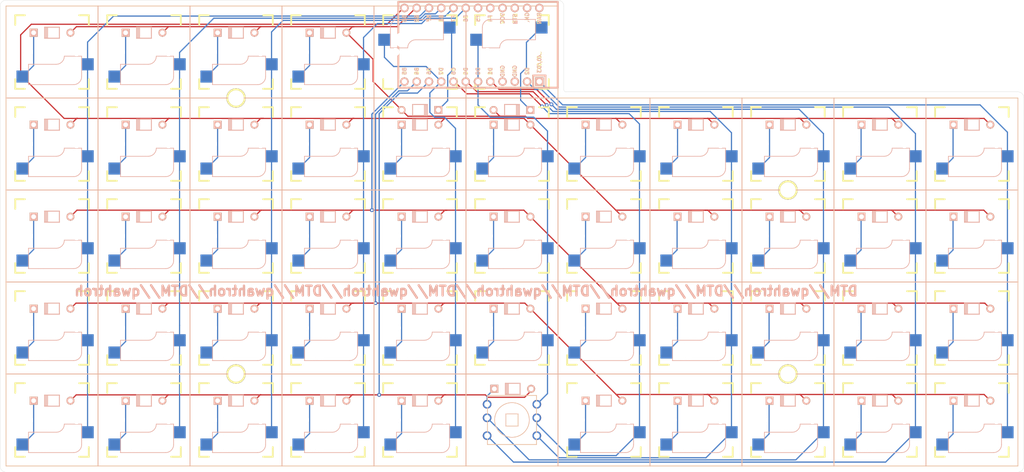
<source format=kicad_pcb>
(kicad_pcb (version 20171130) (host pcbnew "(5.1.10)-1")
  (layers (0 F.Cu signal) (31 B.Cu signal) (34 B.Paste user) (35 F.Paste user) (36 B.SilkS user) (37 F.SilkS user) (38 B.Mask user) (39 F.Mask user) (44 Edge.Cuts user))
  (net 0 "")
  (net 1 "Net-(D1-Pad2)")
  (net 2 ROW1)
  (net 3 "Net-(D2-Pad2)")
  (net 4 "Net-(D3-Pad2)")
  (net 5 "Net-(D4-Pad2)")
  (net 6 "Net-(D5-Pad2)")
  (net 7 "Net-(D6-Pad2)")
  (net 8 "Net-(D7-Pad2)")
  (net 9 "Net-(D8-Pad2)")
  (net 10 "Net-(D9-Pad2)")
  (net 11 ROW2)
  (net 12 "Net-(D10-Pad2)")
  (net 13 "Net-(D11-Pad2)")
  (net 14 "Net-(D12-Pad2)")
  (net 15 "Net-(D13-Pad2)")
  (net 16 "Net-(D14-Pad2)")
  (net 17 "Net-(D15-Pad2)")
  (net 18 "Net-(D16-Pad2)")
  (net 19 "Net-(D17-Pad2)")
  (net 20 "Net-(D18-Pad2)")
  (net 21 "Net-(D19-Pad2)")
  (net 22 ROW3)
  (net 23 "Net-(D20-Pad2)")
  (net 24 "Net-(D21-Pad2)")
  (net 25 "Net-(D22-Pad2)")
  (net 26 "Net-(D23-Pad2)")
  (net 27 "Net-(D24-Pad2)")
  (net 28 "Net-(D25-Pad2)")
  (net 29 "Net-(D26-Pad2)")
  (net 30 "Net-(D27-Pad2)")
  (net 31 "Net-(D28-Pad2)")
  (net 32 "Net-(D29-Pad2)")
  (net 33 ROW4)
  (net 34 "Net-(D31-Pad2)")
  (net 35 "Net-(D32-Pad2)")
  (net 36 "Net-(D33-Pad2)")
  (net 37 "Net-(D34-Pad2)")
  (net 38 "Net-(D35-Pad2)")
  (net 39 "Net-(D36-Pad2)")
  (net 40 "Net-(D37-Pad2)")
  (net 41 "Net-(D38-Pad2)")
  (net 42 "Net-(D39-Pad2)")
  (net 43 "Net-(D40-Pad2)")
  (net 44 "Net-(D41-Pad2)")
  (net 45 ROW5)
  (net 46 "Net-(D42-Pad2)")
  (net 47 "Net-(D43-Pad2)")
  (net 48 "Net-(D44-Pad2)")
  (net 49 "Net-(D45-Pad2)")
  (net 50 "Net-(D46-Pad2)")
  (net 51 "Net-(D47-Pad2)")
  (net 52 "Net-(D48-Pad2)")
  (net 53 "Net-(D49-Pad2)")
  (net 54 "Net-(D50-Pad2)")
  (net 55 COL1)
  (net 56 COL2)
  (net 57 COL3)
  (net 58 COL4)
  (net 59 COL5)
  (net 60 COL6)
  (net 61 COL9)
  (net 62 COL10)
  (net 63 COL11)
  (net 64 COL7)
  (net 65 COL8)
  (net 66 "Net-(D30-Pad2)")
  (module keyboard_parts:HOLE_M3 (layer F.Cu) (at 88.1 59.525)
    (fp_text reference H4 hide)
    (fp_text value MountingHole hide)
    (pad 1 thru_hole circle (at 0 0) (size 4 4) (drill 3.2) (layers *.Cu *.Mask F.SilkS))
  )
  (module keyboard_parts:HOLE_M3 (layer F.Cu) (at 202.4 116.675)
    (fp_text reference H3 hide)
    (fp_text value MountingHole hide)
    (pad 1 thru_hole circle (at 0 0) (size 4 4) (drill 3.2) (layers *.Cu *.Mask F.SilkS))
  )
  (module keyboard_parts:HOLE_M3 (layer F.Cu) (at 88.1 116.675)
    (fp_text reference H2 hide)
    (fp_text value MountingHole hide)
    (pad 1 thru_hole circle (at 0 0) (size 4 4) (drill 3.2) (layers *.Cu *.Mask F.SilkS))
  )
  (module keyboard_parts:HOLE_M3 (layer F.Cu) (at 202.4 78.575)
    (fp_text reference H1 hide)
    (fp_text value MountingHole hide)
    (pad 1 thru_hole circle (at 0 0) (size 4 4) (drill 3.2) (layers *.Cu *.Mask F.SilkS))
  )
  (module keyboard_parts:Kailh_MX_Socket (layer F.Cu) (at 69.05 50)
    (fp_text reference K6 hide)
    (fp_text value KEYSW hide)
    (pad 1 smd rect (at 7.36 2.54) (size 2.55 2.5) (layers B.Cu B.Paste B.Mask) (net 56 COL2))
    (pad "" np_thru_hole circle (at 0 0) (size 3.98018 3.98018) (drill 3.98018) (layers *.Cu *.Mask))
    (pad "" np_thru_hole circle (at -2.54 5.08) (size 2.95 2.95) (drill 2.95) (layers *.Cu *.Mask))
    (pad "" np_thru_hole circle (at 3.81 2.54) (size 2.95 2.95) (drill 2.95) (layers *.Cu *.Mask))
    (pad 2 smd rect (at -6.09 5.08) (size 2.55 2.5) (layers B.Cu B.Paste B.Mask) (net 7 "Net-(D6-Pad2)"))
    (pad "" np_thru_hole circle (at -5.08 0) (size 1.7 1.7) (drill 1.7) (layers *.Cu *.Mask))
    (pad "" np_thru_hole circle (at 5.08 0) (size 1.7 1.7) (drill 1.7) (layers *.Cu *.Mask))
  )
  (module Keebio-Parts:Diode (layer F.Cu) (at 240.5 122.2)
    (fp_text reference D50 hide)
    (fp_text value D hide)
    (pad 2 thru_hole rect (at -3.81 0) (size 1.651 1.651) (drill 0.9906) (layers *.Cu *.SilkS *.Mask) (net 54 "Net-(D50-Pad2)"))
    (pad 1 thru_hole circle (at 3.81 0) (size 1.651 1.651) (drill 0.9906) (layers *.Cu *.SilkS *.Mask) (net 33 ROW4))
  )
  (module Keebio-Parts:Diode (layer F.Cu) (at 240.5 103.15)
    (fp_text reference D49 hide)
    (fp_text value D hide)
    (pad 2 thru_hole rect (at -3.81 0) (size 1.651 1.651) (drill 0.9906) (layers *.Cu *.SilkS *.Mask) (net 53 "Net-(D49-Pad2)"))
    (pad 1 thru_hole circle (at 3.81 0) (size 1.651 1.651) (drill 0.9906) (layers *.Cu *.SilkS *.Mask) (net 22 ROW3))
  )
  (module Keebio-Parts:Diode (layer F.Cu) (at 240.5 84.1)
    (fp_text reference D48 hide)
    (fp_text value D hide)
    (pad 2 thru_hole rect (at -3.81 0) (size 1.651 1.651) (drill 0.9906) (layers *.Cu *.SilkS *.Mask) (net 52 "Net-(D48-Pad2)"))
    (pad 1 thru_hole circle (at 3.81 0) (size 1.651 1.651) (drill 0.9906) (layers *.Cu *.SilkS *.Mask) (net 11 ROW2))
  )
  (module Keebio-Parts:Diode (layer F.Cu) (at 240.5 65.05)
    (fp_text reference D47 hide)
    (fp_text value D hide)
    (pad 2 thru_hole rect (at -3.81 0) (size 1.651 1.651) (drill 0.9906) (layers *.Cu *.SilkS *.Mask) (net 51 "Net-(D47-Pad2)"))
    (pad 1 thru_hole circle (at 3.81 0) (size 1.651 1.651) (drill 0.9906) (layers *.Cu *.SilkS *.Mask) (net 2 ROW1))
  )
  (module Keebio-Parts:Diode (layer F.Cu) (at 221.45 122.2)
    (fp_text reference D46 hide)
    (fp_text value D hide)
    (pad 2 thru_hole rect (at -3.81 0) (size 1.651 1.651) (drill 0.9906) (layers *.Cu *.SilkS *.Mask) (net 50 "Net-(D46-Pad2)"))
    (pad 1 thru_hole circle (at 3.81 0) (size 1.651 1.651) (drill 0.9906) (layers *.Cu *.SilkS *.Mask) (net 33 ROW4))
  )
  (module Keebio-Parts:Diode (layer F.Cu) (at 221.45 103.15)
    (fp_text reference D45 hide)
    (fp_text value D hide)
    (pad 2 thru_hole rect (at -3.81 0) (size 1.651 1.651) (drill 0.9906) (layers *.Cu *.SilkS *.Mask) (net 49 "Net-(D45-Pad2)"))
    (pad 1 thru_hole circle (at 3.81 0) (size 1.651 1.651) (drill 0.9906) (layers *.Cu *.SilkS *.Mask) (net 22 ROW3))
  )
  (module Keebio-Parts:Diode (layer F.Cu) (at 221.45 84.1)
    (fp_text reference D44 hide)
    (fp_text value D hide)
    (pad 2 thru_hole rect (at -3.81 0) (size 1.651 1.651) (drill 0.9906) (layers *.Cu *.SilkS *.Mask) (net 48 "Net-(D44-Pad2)"))
    (pad 1 thru_hole circle (at 3.81 0) (size 1.651 1.651) (drill 0.9906) (layers *.Cu *.SilkS *.Mask) (net 11 ROW2))
  )
  (module Keebio-Parts:Diode (layer F.Cu) (at 221.45 65.05)
    (fp_text reference D43 hide)
    (fp_text value D hide)
    (pad 2 thru_hole rect (at -3.81 0) (size 1.651 1.651) (drill 0.9906) (layers *.Cu *.SilkS *.Mask) (net 47 "Net-(D43-Pad2)"))
    (pad 1 thru_hole circle (at 3.81 0) (size 1.651 1.651) (drill 0.9906) (layers *.Cu *.SilkS *.Mask) (net 2 ROW1))
  )
  (module Keebio-Parts:Diode (layer F.Cu) (at 202.4 122.2)
    (fp_text reference D42 hide)
    (fp_text value D hide)
    (pad 2 thru_hole rect (at -3.81 0) (size 1.651 1.651) (drill 0.9906) (layers *.Cu *.SilkS *.Mask) (net 46 "Net-(D42-Pad2)"))
    (pad 1 thru_hole circle (at 3.81 0) (size 1.651 1.651) (drill 0.9906) (layers *.Cu *.SilkS *.Mask) (net 33 ROW4))
  )
  (module Keebio-Parts:Diode (layer F.Cu) (at 202.4 103.15)
    (fp_text reference D41 hide)
    (fp_text value D hide)
    (pad 2 thru_hole rect (at -3.81 0) (size 1.651 1.651) (drill 0.9906) (layers *.Cu *.SilkS *.Mask) (net 44 "Net-(D41-Pad2)"))
    (pad 1 thru_hole circle (at 3.81 0) (size 1.651 1.651) (drill 0.9906) (layers *.Cu *.SilkS *.Mask) (net 22 ROW3))
  )
  (module Keebio-Parts:Diode (layer F.Cu) (at 202.4 84.1)
    (fp_text reference D40 hide)
    (fp_text value D hide)
    (pad 2 thru_hole rect (at -3.81 0) (size 1.651 1.651) (drill 0.9906) (layers *.Cu *.SilkS *.Mask) (net 43 "Net-(D40-Pad2)"))
    (pad 1 thru_hole circle (at 3.81 0) (size 1.651 1.651) (drill 0.9906) (layers *.Cu *.SilkS *.Mask) (net 11 ROW2))
  )
  (module Keebio-Parts:Diode (layer F.Cu) (at 202.4 65.05)
    (fp_text reference D39 hide)
    (fp_text value D hide)
    (pad 2 thru_hole rect (at -3.81 0) (size 1.651 1.651) (drill 0.9906) (layers *.Cu *.SilkS *.Mask) (net 42 "Net-(D39-Pad2)"))
    (pad 1 thru_hole circle (at 3.81 0) (size 1.651 1.651) (drill 0.9906) (layers *.Cu *.SilkS *.Mask) (net 2 ROW1))
  )
  (module Keebio-Parts:Diode (layer F.Cu) (at 183.35 122.2)
    (fp_text reference D38 hide)
    (fp_text value D hide)
    (pad 2 thru_hole rect (at -3.81 0) (size 1.651 1.651) (drill 0.9906) (layers *.Cu *.SilkS *.Mask) (net 41 "Net-(D38-Pad2)"))
    (pad 1 thru_hole circle (at 3.81 0) (size 1.651 1.651) (drill 0.9906) (layers *.Cu *.SilkS *.Mask) (net 33 ROW4))
  )
  (module Keebio-Parts:Diode (layer F.Cu) (at 183.35 103.15)
    (fp_text reference D37 hide)
    (fp_text value D hide)
    (pad 2 thru_hole rect (at -3.81 0) (size 1.651 1.651) (drill 0.9906) (layers *.Cu *.SilkS *.Mask) (net 40 "Net-(D37-Pad2)"))
    (pad 1 thru_hole circle (at 3.81 0) (size 1.651 1.651) (drill 0.9906) (layers *.Cu *.SilkS *.Mask) (net 22 ROW3))
  )
  (module Keebio-Parts:Diode (layer F.Cu) (at 183.35 84.1)
    (fp_text reference D36 hide)
    (fp_text value D hide)
    (pad 2 thru_hole rect (at -3.81 0) (size 1.651 1.651) (drill 0.9906) (layers *.Cu *.SilkS *.Mask) (net 39 "Net-(D36-Pad2)"))
    (pad 1 thru_hole circle (at 3.81 0) (size 1.651 1.651) (drill 0.9906) (layers *.Cu *.SilkS *.Mask) (net 11 ROW2))
  )
  (module Keebio-Parts:Diode (layer F.Cu) (at 183.35 65.05)
    (fp_text reference D35 hide)
    (fp_text value D hide)
    (pad 2 thru_hole rect (at -3.81 0) (size 1.651 1.651) (drill 0.9906) (layers *.Cu *.SilkS *.Mask) (net 38 "Net-(D35-Pad2)"))
    (pad 1 thru_hole circle (at 3.81 0) (size 1.651 1.651) (drill 0.9906) (layers *.Cu *.SilkS *.Mask) (net 2 ROW1))
  )
  (module Keebio-Parts:Diode (layer F.Cu) (at 164.3 122.2)
    (fp_text reference D34 hide)
    (fp_text value D hide)
    (pad 2 thru_hole rect (at -3.81 0) (size 1.651 1.651) (drill 0.9906) (layers *.Cu *.SilkS *.Mask) (net 37 "Net-(D34-Pad2)"))
    (pad 1 thru_hole circle (at 3.81 0) (size 1.651 1.651) (drill 0.9906) (layers *.Cu *.SilkS *.Mask) (net 33 ROW4))
  )
  (module Keebio-Parts:Diode (layer F.Cu) (at 164.3 103.15)
    (fp_text reference D33 hide)
    (fp_text value D hide)
    (pad 2 thru_hole rect (at -3.81 0) (size 1.651 1.651) (drill 0.9906) (layers *.Cu *.SilkS *.Mask) (net 36 "Net-(D33-Pad2)"))
    (pad 1 thru_hole circle (at 3.81 0) (size 1.651 1.651) (drill 0.9906) (layers *.Cu *.SilkS *.Mask) (net 22 ROW3))
  )
  (module Keebio-Parts:Diode (layer F.Cu) (at 164.3 84.1)
    (fp_text reference D32 hide)
    (fp_text value D hide)
    (pad 2 thru_hole rect (at -3.81 0) (size 1.651 1.651) (drill 0.9906) (layers *.Cu *.SilkS *.Mask) (net 35 "Net-(D32-Pad2)"))
    (pad 1 thru_hole circle (at 3.81 0) (size 1.651 1.651) (drill 0.9906) (layers *.Cu *.SilkS *.Mask) (net 11 ROW2))
  )
  (module Keebio-Parts:Diode (layer F.Cu) (at 164.3 65.05)
    (fp_text reference D31 hide)
    (fp_text value D hide)
    (pad 2 thru_hole rect (at -3.81 0) (size 1.651 1.651) (drill 0.9906) (layers *.Cu *.SilkS *.Mask) (net 34 "Net-(D31-Pad2)"))
    (pad 1 thru_hole circle (at 3.81 0) (size 1.651 1.651) (drill 0.9906) (layers *.Cu *.SilkS *.Mask) (net 2 ROW1))
  )
  (module Keebio-Parts:Diode (layer F.Cu) (at 145.41 119.75)
    (fp_text reference D30 hide)
    (fp_text value D hide)
    (pad 2 thru_hole rect (at -3.81 0) (size 1.651 1.651) (drill 0.9906) (layers *.Cu *.SilkS *.Mask) (net 66 "Net-(D30-Pad2)"))
    (pad 1 thru_hole circle (at 3.81 0) (size 1.651 1.651) (drill 0.9906) (layers *.Cu *.SilkS *.Mask) (net 45 ROW5))
  )
  (module Keebio-Parts:Diode (layer F.Cu) (at 145.25 103.15)
    (fp_text reference D29 hide)
    (fp_text value D hide)
    (pad 2 thru_hole rect (at -3.81 0) (size 1.651 1.651) (drill 0.9906) (layers *.Cu *.SilkS *.Mask) (net 32 "Net-(D29-Pad2)"))
    (pad 1 thru_hole circle (at 3.81 0) (size 1.651 1.651) (drill 0.9906) (layers *.Cu *.SilkS *.Mask) (net 33 ROW4))
  )
  (module Keebio-Parts:Diode (layer F.Cu) (at 145.25 84.1)
    (fp_text reference D28 hide)
    (fp_text value D hide)
    (pad 2 thru_hole rect (at -3.81 0) (size 1.651 1.651) (drill 0.9906) (layers *.Cu *.SilkS *.Mask) (net 31 "Net-(D28-Pad2)"))
    (pad 1 thru_hole circle (at 3.81 0) (size 1.651 1.651) (drill 0.9906) (layers *.Cu *.SilkS *.Mask) (net 22 ROW3))
  )
  (module Keebio-Parts:Diode (layer F.Cu) (at 145.25 65.05)
    (fp_text reference D27 hide)
    (fp_text value D hide)
    (pad 2 thru_hole rect (at -3.81 0) (size 1.651 1.651) (drill 0.9906) (layers *.Cu *.SilkS *.Mask) (net 30 "Net-(D27-Pad2)"))
    (pad 1 thru_hole circle (at 3.81 0) (size 1.651 1.651) (drill 0.9906) (layers *.Cu *.SilkS *.Mask) (net 11 ROW2))
  )
  (module Keebio-Parts:Diode (layer F.Cu) (at 145.25 62 180)
    (fp_text reference D26 hide)
    (fp_text value D hide)
    (pad 2 thru_hole rect (at -3.81 0 180) (size 1.651 1.651) (drill 0.9906) (layers *.Cu *.SilkS *.Mask) (net 29 "Net-(D26-Pad2)"))
    (pad 1 thru_hole circle (at 3.81 0 180) (size 1.651 1.651) (drill 0.9906) (layers *.Cu *.SilkS *.Mask) (net 2 ROW1))
  )
  (module Keebio-Parts:Diode (layer F.Cu) (at 126.2 122.2)
    (fp_text reference D25 hide)
    (fp_text value D hide)
    (pad 2 thru_hole rect (at -3.81 0) (size 1.651 1.651) (drill 0.9906) (layers *.Cu *.SilkS *.Mask) (net 28 "Net-(D25-Pad2)"))
    (pad 1 thru_hole circle (at 3.81 0) (size 1.651 1.651) (drill 0.9906) (layers *.Cu *.SilkS *.Mask) (net 45 ROW5))
  )
  (module Keebio-Parts:Diode (layer F.Cu) (at 126.2 103.15)
    (fp_text reference D24 hide)
    (fp_text value D hide)
    (pad 2 thru_hole rect (at -3.81 0) (size 1.651 1.651) (drill 0.9906) (layers *.Cu *.SilkS *.Mask) (net 27 "Net-(D24-Pad2)"))
    (pad 1 thru_hole circle (at 3.81 0) (size 1.651 1.651) (drill 0.9906) (layers *.Cu *.SilkS *.Mask) (net 33 ROW4))
  )
  (module Keebio-Parts:Diode (layer F.Cu) (at 126.2 84.1)
    (fp_text reference D23 hide)
    (fp_text value D hide)
    (pad 2 thru_hole rect (at -3.81 0) (size 1.651 1.651) (drill 0.9906) (layers *.Cu *.SilkS *.Mask) (net 26 "Net-(D23-Pad2)"))
    (pad 1 thru_hole circle (at 3.81 0) (size 1.651 1.651) (drill 0.9906) (layers *.Cu *.SilkS *.Mask) (net 22 ROW3))
  )
  (module Keebio-Parts:Diode (layer F.Cu) (at 126.2 65.05)
    (fp_text reference D22 hide)
    (fp_text value D hide)
    (pad 2 thru_hole rect (at -3.81 0) (size 1.651 1.651) (drill 0.9906) (layers *.Cu *.SilkS *.Mask) (net 25 "Net-(D22-Pad2)"))
    (pad 1 thru_hole circle (at 3.81 0) (size 1.651 1.651) (drill 0.9906) (layers *.Cu *.SilkS *.Mask) (net 11 ROW2))
  )
  (module Keebio-Parts:Diode (layer F.Cu) (at 126.2 62 180)
    (fp_text reference D21 hide)
    (fp_text value D hide)
    (pad 2 thru_hole rect (at -3.81 0 180) (size 1.651 1.651) (drill 0.9906) (layers *.Cu *.SilkS *.Mask) (net 24 "Net-(D21-Pad2)"))
    (pad 1 thru_hole circle (at 3.81 0 180) (size 1.651 1.651) (drill 0.9906) (layers *.Cu *.SilkS *.Mask) (net 2 ROW1))
  )
  (module Keebio-Parts:Diode (layer F.Cu) (at 107.15 122.2)
    (fp_text reference D20 hide)
    (fp_text value D hide)
    (pad 2 thru_hole rect (at -3.81 0) (size 1.651 1.651) (drill 0.9906) (layers *.Cu *.SilkS *.Mask) (net 23 "Net-(D20-Pad2)"))
    (pad 1 thru_hole circle (at 3.81 0) (size 1.651 1.651) (drill 0.9906) (layers *.Cu *.SilkS *.Mask) (net 45 ROW5))
  )
  (module Keebio-Parts:Diode (layer F.Cu) (at 107.15 103.15)
    (fp_text reference D19 hide)
    (fp_text value D hide)
    (pad 2 thru_hole rect (at -3.81 0) (size 1.651 1.651) (drill 0.9906) (layers *.Cu *.SilkS *.Mask) (net 21 "Net-(D19-Pad2)"))
    (pad 1 thru_hole circle (at 3.81 0) (size 1.651 1.651) (drill 0.9906) (layers *.Cu *.SilkS *.Mask) (net 33 ROW4))
  )
  (module Keebio-Parts:Diode (layer F.Cu) (at 107.15 84.1)
    (fp_text reference D18 hide)
    (fp_text value D hide)
    (pad 2 thru_hole rect (at -3.81 0) (size 1.651 1.651) (drill 0.9906) (layers *.Cu *.SilkS *.Mask) (net 20 "Net-(D18-Pad2)"))
    (pad 1 thru_hole circle (at 3.81 0) (size 1.651 1.651) (drill 0.9906) (layers *.Cu *.SilkS *.Mask) (net 22 ROW3))
  )
  (module Keebio-Parts:Diode (layer F.Cu) (at 107.15 65.05)
    (fp_text reference D17 hide)
    (fp_text value D hide)
    (pad 2 thru_hole rect (at -3.81 0) (size 1.651 1.651) (drill 0.9906) (layers *.Cu *.SilkS *.Mask) (net 19 "Net-(D17-Pad2)"))
    (pad 1 thru_hole circle (at 3.81 0) (size 1.651 1.651) (drill 0.9906) (layers *.Cu *.SilkS *.Mask) (net 11 ROW2))
  )
  (module Keebio-Parts:Diode (layer F.Cu) (at 107.15 46)
    (fp_text reference D16 hide)
    (fp_text value D hide)
    (pad 2 thru_hole rect (at -3.81 0) (size 1.651 1.651) (drill 0.9906) (layers *.Cu *.SilkS *.Mask) (net 18 "Net-(D16-Pad2)"))
    (pad 1 thru_hole circle (at 3.81 0) (size 1.651 1.651) (drill 0.9906) (layers *.Cu *.SilkS *.Mask) (net 2 ROW1))
  )
  (module Keebio-Parts:Diode (layer F.Cu) (at 88.1 122.2)
    (fp_text reference D15 hide)
    (fp_text value D hide)
    (pad 2 thru_hole rect (at -3.81 0) (size 1.651 1.651) (drill 0.9906) (layers *.Cu *.SilkS *.Mask) (net 17 "Net-(D15-Pad2)"))
    (pad 1 thru_hole circle (at 3.81 0) (size 1.651 1.651) (drill 0.9906) (layers *.Cu *.SilkS *.Mask) (net 45 ROW5))
  )
  (module Keebio-Parts:Diode (layer F.Cu) (at 88.1 103.15)
    (fp_text reference D14 hide)
    (fp_text value D hide)
    (pad 2 thru_hole rect (at -3.81 0) (size 1.651 1.651) (drill 0.9906) (layers *.Cu *.SilkS *.Mask) (net 16 "Net-(D14-Pad2)"))
    (pad 1 thru_hole circle (at 3.81 0) (size 1.651 1.651) (drill 0.9906) (layers *.Cu *.SilkS *.Mask) (net 33 ROW4))
  )
  (module Keebio-Parts:Diode (layer F.Cu) (at 88.1 84.1)
    (fp_text reference D13 hide)
    (fp_text value D hide)
    (pad 2 thru_hole rect (at -3.81 0) (size 1.651 1.651) (drill 0.9906) (layers *.Cu *.SilkS *.Mask) (net 15 "Net-(D13-Pad2)"))
    (pad 1 thru_hole circle (at 3.81 0) (size 1.651 1.651) (drill 0.9906) (layers *.Cu *.SilkS *.Mask) (net 22 ROW3))
  )
  (module Keebio-Parts:Diode (layer F.Cu) (at 88.1 65.05)
    (fp_text reference D12 hide)
    (fp_text value D hide)
    (pad 2 thru_hole rect (at -3.81 0) (size 1.651 1.651) (drill 0.9906) (layers *.Cu *.SilkS *.Mask) (net 14 "Net-(D12-Pad2)"))
    (pad 1 thru_hole circle (at 3.81 0) (size 1.651 1.651) (drill 0.9906) (layers *.Cu *.SilkS *.Mask) (net 11 ROW2))
  )
  (module Keebio-Parts:Diode (layer F.Cu) (at 88.1 46)
    (fp_text reference D11 hide)
    (fp_text value D hide)
    (pad 2 thru_hole rect (at -3.81 0) (size 1.651 1.651) (drill 0.9906) (layers *.Cu *.SilkS *.Mask) (net 13 "Net-(D11-Pad2)"))
    (pad 1 thru_hole circle (at 3.81 0) (size 1.651 1.651) (drill 0.9906) (layers *.Cu *.SilkS *.Mask) (net 2 ROW1))
  )
  (module Keebio-Parts:Diode (layer F.Cu) (at 69.05 122.2)
    (fp_text reference D10 hide)
    (fp_text value D hide)
    (pad 2 thru_hole rect (at -3.81 0) (size 1.651 1.651) (drill 0.9906) (layers *.Cu *.SilkS *.Mask) (net 12 "Net-(D10-Pad2)"))
    (pad 1 thru_hole circle (at 3.81 0) (size 1.651 1.651) (drill 0.9906) (layers *.Cu *.SilkS *.Mask) (net 45 ROW5))
  )
  (module Keebio-Parts:Diode (layer F.Cu) (at 69.05 103.15)
    (fp_text reference D9 hide)
    (fp_text value D hide)
    (pad 2 thru_hole rect (at -3.81 0) (size 1.651 1.651) (drill 0.9906) (layers *.Cu *.SilkS *.Mask) (net 10 "Net-(D9-Pad2)"))
    (pad 1 thru_hole circle (at 3.81 0) (size 1.651 1.651) (drill 0.9906) (layers *.Cu *.SilkS *.Mask) (net 33 ROW4))
  )
  (module Keebio-Parts:Diode (layer F.Cu) (at 69.05 84.1)
    (fp_text reference D8 hide)
    (fp_text value D hide)
    (pad 2 thru_hole rect (at -3.81 0) (size 1.651 1.651) (drill 0.9906) (layers *.Cu *.SilkS *.Mask) (net 9 "Net-(D8-Pad2)"))
    (pad 1 thru_hole circle (at 3.81 0) (size 1.651 1.651) (drill 0.9906) (layers *.Cu *.SilkS *.Mask) (net 22 ROW3))
  )
  (module Keebio-Parts:Diode (layer F.Cu) (at 69.05 65.05)
    (fp_text reference D7 hide)
    (fp_text value D hide)
    (pad 2 thru_hole rect (at -3.81 0) (size 1.651 1.651) (drill 0.9906) (layers *.Cu *.SilkS *.Mask) (net 8 "Net-(D7-Pad2)"))
    (pad 1 thru_hole circle (at 3.81 0) (size 1.651 1.651) (drill 0.9906) (layers *.Cu *.SilkS *.Mask) (net 11 ROW2))
  )
  (module Keebio-Parts:Diode (layer F.Cu) (at 69.05 46)
    (fp_text reference D6 hide)
    (fp_text value D hide)
    (pad 2 thru_hole rect (at -3.81 0) (size 1.651 1.651) (drill 0.9906) (layers *.Cu *.SilkS *.Mask) (net 7 "Net-(D6-Pad2)"))
    (pad 1 thru_hole circle (at 3.81 0) (size 1.651 1.651) (drill 0.9906) (layers *.Cu *.SilkS *.Mask) (net 2 ROW1))
  )
  (module Keebio-Parts:Diode (layer F.Cu) (at 50 122.2)
    (fp_text reference D5 hide)
    (fp_text value D hide)
    (pad 2 thru_hole rect (at -3.81 0) (size 1.651 1.651) (drill 0.9906) (layers *.Cu *.SilkS *.Mask) (net 6 "Net-(D5-Pad2)"))
    (pad 1 thru_hole circle (at 3.81 0) (size 1.651 1.651) (drill 0.9906) (layers *.Cu *.SilkS *.Mask) (net 45 ROW5))
  )
  (module Keebio-Parts:Diode (layer F.Cu) (at 50 103.15)
    (fp_text reference D4 hide)
    (fp_text value D hide)
    (pad 2 thru_hole rect (at -3.81 0) (size 1.651 1.651) (drill 0.9906) (layers *.Cu *.SilkS *.Mask) (net 5 "Net-(D4-Pad2)"))
    (pad 1 thru_hole circle (at 3.81 0) (size 1.651 1.651) (drill 0.9906) (layers *.Cu *.SilkS *.Mask) (net 33 ROW4))
  )
  (module Keebio-Parts:Diode (layer F.Cu) (at 50 84.1)
    (fp_text reference D3 hide)
    (fp_text value D hide)
    (pad 2 thru_hole rect (at -3.81 0) (size 1.651 1.651) (drill 0.9906) (layers *.Cu *.SilkS *.Mask) (net 4 "Net-(D3-Pad2)"))
    (pad 1 thru_hole circle (at 3.81 0) (size 1.651 1.651) (drill 0.9906) (layers *.Cu *.SilkS *.Mask) (net 22 ROW3))
  )
  (module Keebio-Parts:Diode (layer F.Cu) (at 50 65.05)
    (fp_text reference D2 hide)
    (fp_text value D hide)
    (pad 2 thru_hole rect (at -3.81 0) (size 1.651 1.651) (drill 0.9906) (layers *.Cu *.SilkS *.Mask) (net 3 "Net-(D2-Pad2)"))
    (pad 1 thru_hole circle (at 3.81 0) (size 1.651 1.651) (drill 0.9906) (layers *.Cu *.SilkS *.Mask) (net 11 ROW2))
  )
  (module Keebio-Parts:Diode (layer F.Cu) (at 50 46)
    (fp_text reference D1 hide)
    (fp_text value D hide)
    (pad 2 thru_hole rect (at -3.81 0) (size 1.651 1.651) (drill 0.9906) (layers *.Cu *.SilkS *.Mask) (net 1 "Net-(D1-Pad2)"))
    (pad 1 thru_hole circle (at 3.81 0) (size 1.651 1.651) (drill 0.9906) (layers *.Cu *.SilkS *.Mask) (net 2 ROW1))
  )
  (module keyboard_parts:Kailh_MX_Socket (layer F.Cu) (at 50 50)
    (fp_text reference K1 hide)
    (fp_text value KEYSW hide)
    (pad 1 smd rect (at 7.36 2.54) (size 2.55 2.5) (layers B.Cu B.Paste B.Mask) (net 55 COL1))
    (pad "" np_thru_hole circle (at 0 0) (size 3.98018 3.98018) (drill 3.98018) (layers *.Cu *.Mask))
    (pad "" np_thru_hole circle (at -2.54 5.08) (size 2.95 2.95) (drill 2.95) (layers *.Cu *.Mask))
    (pad "" np_thru_hole circle (at 3.81 2.54) (size 2.95 2.95) (drill 2.95) (layers *.Cu *.Mask))
    (pad 2 smd rect (at -6.09 5.08) (size 2.55 2.5) (layers B.Cu B.Paste B.Mask) (net 1 "Net-(D1-Pad2)"))
    (pad "" np_thru_hole circle (at -5.08 0) (size 1.7 1.7) (drill 1.7) (layers *.Cu *.Mask))
    (pad "" np_thru_hole circle (at 5.08 0) (size 1.7 1.7) (drill 1.7) (layers *.Cu *.Mask))
  )
  (module keyboard_parts:Kailh_MX_Socket (layer F.Cu) (at 69.05 88.1)
    (fp_text reference K8 hide)
    (fp_text value KEYSW hide)
    (pad 1 smd rect (at 7.36 2.54) (size 2.55 2.5) (layers B.Cu B.Paste B.Mask) (net 56 COL2))
    (pad "" np_thru_hole circle (at 0 0) (size 3.98018 3.98018) (drill 3.98018) (layers *.Cu *.Mask))
    (pad "" np_thru_hole circle (at -2.54 5.08) (size 2.95 2.95) (drill 2.95) (layers *.Cu *.Mask))
    (pad "" np_thru_hole circle (at 3.81 2.54) (size 2.95 2.95) (drill 2.95) (layers *.Cu *.Mask))
    (pad 2 smd rect (at -6.09 5.08) (size 2.55 2.5) (layers B.Cu B.Paste B.Mask) (net 9 "Net-(D8-Pad2)"))
    (pad "" np_thru_hole circle (at -5.08 0) (size 1.7 1.7) (drill 1.7) (layers *.Cu *.Mask))
    (pad "" np_thru_hole circle (at 5.08 0) (size 1.7 1.7) (drill 1.7) (layers *.Cu *.Mask))
  )
  (module keyboard_parts:Kailh_MX_Socket (layer F.Cu) (at 240.5 126.2)
    (fp_text reference K49 hide)
    (fp_text value KEYSW hide)
    (pad 1 smd rect (at 7.36 2.54) (size 2.55 2.5) (layers B.Cu B.Paste B.Mask) (net 63 COL11))
    (pad "" np_thru_hole circle (at 0 0) (size 3.98018 3.98018) (drill 3.98018) (layers *.Cu *.Mask))
    (pad "" np_thru_hole circle (at -2.54 5.08) (size 2.95 2.95) (drill 2.95) (layers *.Cu *.Mask))
    (pad "" np_thru_hole circle (at 3.81 2.54) (size 2.95 2.95) (drill 2.95) (layers *.Cu *.Mask))
    (pad 2 smd rect (at -6.09 5.08) (size 2.55 2.5) (layers B.Cu B.Paste B.Mask) (net 54 "Net-(D50-Pad2)"))
    (pad "" np_thru_hole circle (at -5.08 0) (size 1.7 1.7) (drill 1.7) (layers *.Cu *.Mask))
    (pad "" np_thru_hole circle (at 5.08 0) (size 1.7 1.7) (drill 1.7) (layers *.Cu *.Mask))
  )
  (module keyboard_parts:Kailh_MX_Socket (layer F.Cu) (at 240.5 107.15)
    (fp_text reference K48 hide)
    (fp_text value KEYSW hide)
    (pad 1 smd rect (at 7.36 2.54) (size 2.55 2.5) (layers B.Cu B.Paste B.Mask) (net 63 COL11))
    (pad "" np_thru_hole circle (at 0 0) (size 3.98018 3.98018) (drill 3.98018) (layers *.Cu *.Mask))
    (pad "" np_thru_hole circle (at -2.54 5.08) (size 2.95 2.95) (drill 2.95) (layers *.Cu *.Mask))
    (pad "" np_thru_hole circle (at 3.81 2.54) (size 2.95 2.95) (drill 2.95) (layers *.Cu *.Mask))
    (pad 2 smd rect (at -6.09 5.08) (size 2.55 2.5) (layers B.Cu B.Paste B.Mask) (net 53 "Net-(D49-Pad2)"))
    (pad "" np_thru_hole circle (at -5.08 0) (size 1.7 1.7) (drill 1.7) (layers *.Cu *.Mask))
    (pad "" np_thru_hole circle (at 5.08 0) (size 1.7 1.7) (drill 1.7) (layers *.Cu *.Mask))
  )
  (module keyboard_parts:Kailh_MX_Socket (layer F.Cu) (at 240.5 88.1)
    (fp_text reference K47 hide)
    (fp_text value KEYSW hide)
    (pad 1 smd rect (at 7.36 2.54) (size 2.55 2.5) (layers B.Cu B.Paste B.Mask) (net 63 COL11))
    (pad "" np_thru_hole circle (at 0 0) (size 3.98018 3.98018) (drill 3.98018) (layers *.Cu *.Mask))
    (pad "" np_thru_hole circle (at -2.54 5.08) (size 2.95 2.95) (drill 2.95) (layers *.Cu *.Mask))
    (pad "" np_thru_hole circle (at 3.81 2.54) (size 2.95 2.95) (drill 2.95) (layers *.Cu *.Mask))
    (pad 2 smd rect (at -6.09 5.08) (size 2.55 2.5) (layers B.Cu B.Paste B.Mask) (net 52 "Net-(D48-Pad2)"))
    (pad "" np_thru_hole circle (at -5.08 0) (size 1.7 1.7) (drill 1.7) (layers *.Cu *.Mask))
    (pad "" np_thru_hole circle (at 5.08 0) (size 1.7 1.7) (drill 1.7) (layers *.Cu *.Mask))
  )
  (module keyboard_parts:Kailh_MX_Socket (layer F.Cu) (at 240.5 69.05)
    (fp_text reference K46 hide)
    (fp_text value KEYSW hide)
    (pad 1 smd rect (at 7.36 2.54) (size 2.55 2.5) (layers B.Cu B.Paste B.Mask) (net 63 COL11))
    (pad "" np_thru_hole circle (at 0 0) (size 3.98018 3.98018) (drill 3.98018) (layers *.Cu *.Mask))
    (pad "" np_thru_hole circle (at -2.54 5.08) (size 2.95 2.95) (drill 2.95) (layers *.Cu *.Mask))
    (pad "" np_thru_hole circle (at 3.81 2.54) (size 2.95 2.95) (drill 2.95) (layers *.Cu *.Mask))
    (pad 2 smd rect (at -6.09 5.08) (size 2.55 2.5) (layers B.Cu B.Paste B.Mask) (net 51 "Net-(D47-Pad2)"))
    (pad "" np_thru_hole circle (at -5.08 0) (size 1.7 1.7) (drill 1.7) (layers *.Cu *.Mask))
    (pad "" np_thru_hole circle (at 5.08 0) (size 1.7 1.7) (drill 1.7) (layers *.Cu *.Mask))
  )
  (module keyboard_parts:Kailh_MX_Socket (layer F.Cu) (at 221.45 126.2)
    (fp_text reference K45 hide)
    (fp_text value KEYSW hide)
    (pad 1 smd rect (at 7.36 2.54) (size 2.55 2.5) (layers B.Cu B.Paste B.Mask) (net 62 COL10))
    (pad "" np_thru_hole circle (at 0 0) (size 3.98018 3.98018) (drill 3.98018) (layers *.Cu *.Mask))
    (pad "" np_thru_hole circle (at -2.54 5.08) (size 2.95 2.95) (drill 2.95) (layers *.Cu *.Mask))
    (pad "" np_thru_hole circle (at 3.81 2.54) (size 2.95 2.95) (drill 2.95) (layers *.Cu *.Mask))
    (pad 2 smd rect (at -6.09 5.08) (size 2.55 2.5) (layers B.Cu B.Paste B.Mask) (net 50 "Net-(D46-Pad2)"))
    (pad "" np_thru_hole circle (at -5.08 0) (size 1.7 1.7) (drill 1.7) (layers *.Cu *.Mask))
    (pad "" np_thru_hole circle (at 5.08 0) (size 1.7 1.7) (drill 1.7) (layers *.Cu *.Mask))
  )
  (module keyboard_parts:Kailh_MX_Socket (layer F.Cu) (at 221.45 107.15)
    (fp_text reference K44 hide)
    (fp_text value KEYSW hide)
    (pad 1 smd rect (at 7.36 2.54) (size 2.55 2.5) (layers B.Cu B.Paste B.Mask) (net 62 COL10))
    (pad "" np_thru_hole circle (at 0 0) (size 3.98018 3.98018) (drill 3.98018) (layers *.Cu *.Mask))
    (pad "" np_thru_hole circle (at -2.54 5.08) (size 2.95 2.95) (drill 2.95) (layers *.Cu *.Mask))
    (pad "" np_thru_hole circle (at 3.81 2.54) (size 2.95 2.95) (drill 2.95) (layers *.Cu *.Mask))
    (pad 2 smd rect (at -6.09 5.08) (size 2.55 2.5) (layers B.Cu B.Paste B.Mask) (net 49 "Net-(D45-Pad2)"))
    (pad "" np_thru_hole circle (at -5.08 0) (size 1.7 1.7) (drill 1.7) (layers *.Cu *.Mask))
    (pad "" np_thru_hole circle (at 5.08 0) (size 1.7 1.7) (drill 1.7) (layers *.Cu *.Mask))
  )
  (module keyboard_parts:Kailh_MX_Socket (layer F.Cu) (at 221.45 88.1)
    (fp_text reference K43 hide)
    (fp_text value KEYSW hide)
    (pad 1 smd rect (at 7.36 2.54) (size 2.55 2.5) (layers B.Cu B.Paste B.Mask) (net 62 COL10))
    (pad "" np_thru_hole circle (at 0 0) (size 3.98018 3.98018) (drill 3.98018) (layers *.Cu *.Mask))
    (pad "" np_thru_hole circle (at -2.54 5.08) (size 2.95 2.95) (drill 2.95) (layers *.Cu *.Mask))
    (pad "" np_thru_hole circle (at 3.81 2.54) (size 2.95 2.95) (drill 2.95) (layers *.Cu *.Mask))
    (pad 2 smd rect (at -6.09 5.08) (size 2.55 2.5) (layers B.Cu B.Paste B.Mask) (net 48 "Net-(D44-Pad2)"))
    (pad "" np_thru_hole circle (at -5.08 0) (size 1.7 1.7) (drill 1.7) (layers *.Cu *.Mask))
    (pad "" np_thru_hole circle (at 5.08 0) (size 1.7 1.7) (drill 1.7) (layers *.Cu *.Mask))
  )
  (module keyboard_parts:Kailh_MX_Socket (layer F.Cu) (at 221.45 69.05)
    (fp_text reference K42 hide)
    (fp_text value KEYSW hide)
    (pad 1 smd rect (at 7.36 2.54) (size 2.55 2.5) (layers B.Cu B.Paste B.Mask) (net 62 COL10))
    (pad "" np_thru_hole circle (at 0 0) (size 3.98018 3.98018) (drill 3.98018) (layers *.Cu *.Mask))
    (pad "" np_thru_hole circle (at -2.54 5.08) (size 2.95 2.95) (drill 2.95) (layers *.Cu *.Mask))
    (pad "" np_thru_hole circle (at 3.81 2.54) (size 2.95 2.95) (drill 2.95) (layers *.Cu *.Mask))
    (pad 2 smd rect (at -6.09 5.08) (size 2.55 2.5) (layers B.Cu B.Paste B.Mask) (net 47 "Net-(D43-Pad2)"))
    (pad "" np_thru_hole circle (at -5.08 0) (size 1.7 1.7) (drill 1.7) (layers *.Cu *.Mask))
    (pad "" np_thru_hole circle (at 5.08 0) (size 1.7 1.7) (drill 1.7) (layers *.Cu *.Mask))
  )
  (module keyboard_parts:Kailh_MX_Socket (layer F.Cu) (at 202.4 126.2)
    (fp_text reference K41 hide)
    (fp_text value KEYSW hide)
    (pad 1 smd rect (at 7.36 2.54) (size 2.55 2.5) (layers B.Cu B.Paste B.Mask) (net 61 COL9))
    (pad "" np_thru_hole circle (at 0 0) (size 3.98018 3.98018) (drill 3.98018) (layers *.Cu *.Mask))
    (pad "" np_thru_hole circle (at -2.54 5.08) (size 2.95 2.95) (drill 2.95) (layers *.Cu *.Mask))
    (pad "" np_thru_hole circle (at 3.81 2.54) (size 2.95 2.95) (drill 2.95) (layers *.Cu *.Mask))
    (pad 2 smd rect (at -6.09 5.08) (size 2.55 2.5) (layers B.Cu B.Paste B.Mask) (net 46 "Net-(D42-Pad2)"))
    (pad "" np_thru_hole circle (at -5.08 0) (size 1.7 1.7) (drill 1.7) (layers *.Cu *.Mask))
    (pad "" np_thru_hole circle (at 5.08 0) (size 1.7 1.7) (drill 1.7) (layers *.Cu *.Mask))
  )
  (module keyboard_parts:Kailh_MX_Socket (layer F.Cu) (at 202.4 107.15)
    (fp_text reference K40 hide)
    (fp_text value KEYSW hide)
    (pad 1 smd rect (at 7.36 2.54) (size 2.55 2.5) (layers B.Cu B.Paste B.Mask) (net 61 COL9))
    (pad "" np_thru_hole circle (at 0 0) (size 3.98018 3.98018) (drill 3.98018) (layers *.Cu *.Mask))
    (pad "" np_thru_hole circle (at -2.54 5.08) (size 2.95 2.95) (drill 2.95) (layers *.Cu *.Mask))
    (pad "" np_thru_hole circle (at 3.81 2.54) (size 2.95 2.95) (drill 2.95) (layers *.Cu *.Mask))
    (pad 2 smd rect (at -6.09 5.08) (size 2.55 2.5) (layers B.Cu B.Paste B.Mask) (net 44 "Net-(D41-Pad2)"))
    (pad "" np_thru_hole circle (at -5.08 0) (size 1.7 1.7) (drill 1.7) (layers *.Cu *.Mask))
    (pad "" np_thru_hole circle (at 5.08 0) (size 1.7 1.7) (drill 1.7) (layers *.Cu *.Mask))
  )
  (module keyboard_parts:Kailh_MX_Socket (layer F.Cu) (at 202.4 88.1)
    (fp_text reference K39 hide)
    (fp_text value KEYSW hide)
    (pad 1 smd rect (at 7.36 2.54) (size 2.55 2.5) (layers B.Cu B.Paste B.Mask) (net 61 COL9))
    (pad "" np_thru_hole circle (at 0 0) (size 3.98018 3.98018) (drill 3.98018) (layers *.Cu *.Mask))
    (pad "" np_thru_hole circle (at -2.54 5.08) (size 2.95 2.95) (drill 2.95) (layers *.Cu *.Mask))
    (pad "" np_thru_hole circle (at 3.81 2.54) (size 2.95 2.95) (drill 2.95) (layers *.Cu *.Mask))
    (pad 2 smd rect (at -6.09 5.08) (size 2.55 2.5) (layers B.Cu B.Paste B.Mask) (net 43 "Net-(D40-Pad2)"))
    (pad "" np_thru_hole circle (at -5.08 0) (size 1.7 1.7) (drill 1.7) (layers *.Cu *.Mask))
    (pad "" np_thru_hole circle (at 5.08 0) (size 1.7 1.7) (drill 1.7) (layers *.Cu *.Mask))
  )
  (module keyboard_parts:Kailh_MX_Socket (layer F.Cu) (at 202.4 69.05)
    (fp_text reference K38 hide)
    (fp_text value KEYSW hide)
    (pad 1 smd rect (at 7.36 2.54) (size 2.55 2.5) (layers B.Cu B.Paste B.Mask) (net 61 COL9))
    (pad "" np_thru_hole circle (at 0 0) (size 3.98018 3.98018) (drill 3.98018) (layers *.Cu *.Mask))
    (pad "" np_thru_hole circle (at -2.54 5.08) (size 2.95 2.95) (drill 2.95) (layers *.Cu *.Mask))
    (pad "" np_thru_hole circle (at 3.81 2.54) (size 2.95 2.95) (drill 2.95) (layers *.Cu *.Mask))
    (pad 2 smd rect (at -6.09 5.08) (size 2.55 2.5) (layers B.Cu B.Paste B.Mask) (net 42 "Net-(D39-Pad2)"))
    (pad "" np_thru_hole circle (at -5.08 0) (size 1.7 1.7) (drill 1.7) (layers *.Cu *.Mask))
    (pad "" np_thru_hole circle (at 5.08 0) (size 1.7 1.7) (drill 1.7) (layers *.Cu *.Mask))
  )
  (module keyboard_parts:Kailh_MX_Socket (layer F.Cu) (at 183.35 126.2)
    (fp_text reference K37 hide)
    (fp_text value KEYSW hide)
    (pad 1 smd rect (at 7.36 2.54) (size 2.55 2.5) (layers B.Cu B.Paste B.Mask) (net 65 COL8))
    (pad "" np_thru_hole circle (at 0 0) (size 3.98018 3.98018) (drill 3.98018) (layers *.Cu *.Mask))
    (pad "" np_thru_hole circle (at -2.54 5.08) (size 2.95 2.95) (drill 2.95) (layers *.Cu *.Mask))
    (pad "" np_thru_hole circle (at 3.81 2.54) (size 2.95 2.95) (drill 2.95) (layers *.Cu *.Mask))
    (pad 2 smd rect (at -6.09 5.08) (size 2.55 2.5) (layers B.Cu B.Paste B.Mask) (net 41 "Net-(D38-Pad2)"))
    (pad "" np_thru_hole circle (at -5.08 0) (size 1.7 1.7) (drill 1.7) (layers *.Cu *.Mask))
    (pad "" np_thru_hole circle (at 5.08 0) (size 1.7 1.7) (drill 1.7) (layers *.Cu *.Mask))
  )
  (module keyboard_parts:Kailh_MX_Socket (layer F.Cu) (at 183.35 107.15)
    (fp_text reference K36 hide)
    (fp_text value KEYSW hide)
    (pad 1 smd rect (at 7.36 2.54) (size 2.55 2.5) (layers B.Cu B.Paste B.Mask) (net 65 COL8))
    (pad "" np_thru_hole circle (at 0 0) (size 3.98018 3.98018) (drill 3.98018) (layers *.Cu *.Mask))
    (pad "" np_thru_hole circle (at -2.54 5.08) (size 2.95 2.95) (drill 2.95) (layers *.Cu *.Mask))
    (pad "" np_thru_hole circle (at 3.81 2.54) (size 2.95 2.95) (drill 2.95) (layers *.Cu *.Mask))
    (pad 2 smd rect (at -6.09 5.08) (size 2.55 2.5) (layers B.Cu B.Paste B.Mask) (net 40 "Net-(D37-Pad2)"))
    (pad "" np_thru_hole circle (at -5.08 0) (size 1.7 1.7) (drill 1.7) (layers *.Cu *.Mask))
    (pad "" np_thru_hole circle (at 5.08 0) (size 1.7 1.7) (drill 1.7) (layers *.Cu *.Mask))
  )
  (module keyboard_parts:Kailh_MX_Socket (layer F.Cu) (at 183.35 88.1)
    (fp_text reference K35 hide)
    (fp_text value KEYSW hide)
    (pad 1 smd rect (at 7.36 2.54) (size 2.55 2.5) (layers B.Cu B.Paste B.Mask) (net 65 COL8))
    (pad "" np_thru_hole circle (at 0 0) (size 3.98018 3.98018) (drill 3.98018) (layers *.Cu *.Mask))
    (pad "" np_thru_hole circle (at -2.54 5.08) (size 2.95 2.95) (drill 2.95) (layers *.Cu *.Mask))
    (pad "" np_thru_hole circle (at 3.81 2.54) (size 2.95 2.95) (drill 2.95) (layers *.Cu *.Mask))
    (pad 2 smd rect (at -6.09 5.08) (size 2.55 2.5) (layers B.Cu B.Paste B.Mask) (net 39 "Net-(D36-Pad2)"))
    (pad "" np_thru_hole circle (at -5.08 0) (size 1.7 1.7) (drill 1.7) (layers *.Cu *.Mask))
    (pad "" np_thru_hole circle (at 5.08 0) (size 1.7 1.7) (drill 1.7) (layers *.Cu *.Mask))
  )
  (module keyboard_parts:Kailh_MX_Socket (layer F.Cu) (at 183.35 69.05)
    (fp_text reference K34 hide)
    (fp_text value KEYSW hide)
    (pad 1 smd rect (at 7.36 2.54) (size 2.55 2.5) (layers B.Cu B.Paste B.Mask) (net 65 COL8))
    (pad "" np_thru_hole circle (at 0 0) (size 3.98018 3.98018) (drill 3.98018) (layers *.Cu *.Mask))
    (pad "" np_thru_hole circle (at -2.54 5.08) (size 2.95 2.95) (drill 2.95) (layers *.Cu *.Mask))
    (pad "" np_thru_hole circle (at 3.81 2.54) (size 2.95 2.95) (drill 2.95) (layers *.Cu *.Mask))
    (pad 2 smd rect (at -6.09 5.08) (size 2.55 2.5) (layers B.Cu B.Paste B.Mask) (net 38 "Net-(D35-Pad2)"))
    (pad "" np_thru_hole circle (at -5.08 0) (size 1.7 1.7) (drill 1.7) (layers *.Cu *.Mask))
    (pad "" np_thru_hole circle (at 5.08 0) (size 1.7 1.7) (drill 1.7) (layers *.Cu *.Mask))
  )
  (module keyboard_parts:Kailh_MX_Socket (layer F.Cu) (at 164.3 126.2)
    (fp_text reference K33 hide)
    (fp_text value KEYSW hide)
    (pad 1 smd rect (at 7.36 2.54) (size 2.55 2.5) (layers B.Cu B.Paste B.Mask) (net 64 COL7))
    (pad "" np_thru_hole circle (at 0 0) (size 3.98018 3.98018) (drill 3.98018) (layers *.Cu *.Mask))
    (pad "" np_thru_hole circle (at -2.54 5.08) (size 2.95 2.95) (drill 2.95) (layers *.Cu *.Mask))
    (pad "" np_thru_hole circle (at 3.81 2.54) (size 2.95 2.95) (drill 2.95) (layers *.Cu *.Mask))
    (pad 2 smd rect (at -6.09 5.08) (size 2.55 2.5) (layers B.Cu B.Paste B.Mask) (net 37 "Net-(D34-Pad2)"))
    (pad "" np_thru_hole circle (at -5.08 0) (size 1.7 1.7) (drill 1.7) (layers *.Cu *.Mask))
    (pad "" np_thru_hole circle (at 5.08 0) (size 1.7 1.7) (drill 1.7) (layers *.Cu *.Mask))
  )
  (module keyboard_parts:Kailh_MX_Socket (layer F.Cu) (at 164.3 107.15)
    (fp_text reference K32 hide)
    (fp_text value KEYSW hide)
    (pad 1 smd rect (at 7.36 2.54) (size 2.55 2.5) (layers B.Cu B.Paste B.Mask) (net 64 COL7))
    (pad "" np_thru_hole circle (at 0 0) (size 3.98018 3.98018) (drill 3.98018) (layers *.Cu *.Mask))
    (pad "" np_thru_hole circle (at -2.54 5.08) (size 2.95 2.95) (drill 2.95) (layers *.Cu *.Mask))
    (pad "" np_thru_hole circle (at 3.81 2.54) (size 2.95 2.95) (drill 2.95) (layers *.Cu *.Mask))
    (pad 2 smd rect (at -6.09 5.08) (size 2.55 2.5) (layers B.Cu B.Paste B.Mask) (net 36 "Net-(D33-Pad2)"))
    (pad "" np_thru_hole circle (at -5.08 0) (size 1.7 1.7) (drill 1.7) (layers *.Cu *.Mask))
    (pad "" np_thru_hole circle (at 5.08 0) (size 1.7 1.7) (drill 1.7) (layers *.Cu *.Mask))
  )
  (module keyboard_parts:Kailh_MX_Socket (layer F.Cu) (at 164.3 88.1)
    (fp_text reference K31 hide)
    (fp_text value KEYSW hide)
    (pad 1 smd rect (at 7.36 2.54) (size 2.55 2.5) (layers B.Cu B.Paste B.Mask) (net 64 COL7))
    (pad "" np_thru_hole circle (at 0 0) (size 3.98018 3.98018) (drill 3.98018) (layers *.Cu *.Mask))
    (pad "" np_thru_hole circle (at -2.54 5.08) (size 2.95 2.95) (drill 2.95) (layers *.Cu *.Mask))
    (pad "" np_thru_hole circle (at 3.81 2.54) (size 2.95 2.95) (drill 2.95) (layers *.Cu *.Mask))
    (pad 2 smd rect (at -6.09 5.08) (size 2.55 2.5) (layers B.Cu B.Paste B.Mask) (net 35 "Net-(D32-Pad2)"))
    (pad "" np_thru_hole circle (at -5.08 0) (size 1.7 1.7) (drill 1.7) (layers *.Cu *.Mask))
    (pad "" np_thru_hole circle (at 5.08 0) (size 1.7 1.7) (drill 1.7) (layers *.Cu *.Mask))
  )
  (module keyboard_parts:Kailh_MX_Socket (layer F.Cu) (at 164.3 69.05)
    (fp_text reference K30 hide)
    (fp_text value KEYSW hide)
    (pad 1 smd rect (at 7.36 2.54) (size 2.55 2.5) (layers B.Cu B.Paste B.Mask) (net 64 COL7))
    (pad "" np_thru_hole circle (at 0 0) (size 3.98018 3.98018) (drill 3.98018) (layers *.Cu *.Mask))
    (pad "" np_thru_hole circle (at -2.54 5.08) (size 2.95 2.95) (drill 2.95) (layers *.Cu *.Mask))
    (pad "" np_thru_hole circle (at 3.81 2.54) (size 2.95 2.95) (drill 2.95) (layers *.Cu *.Mask))
    (pad 2 smd rect (at -6.09 5.08) (size 2.55 2.5) (layers B.Cu B.Paste B.Mask) (net 34 "Net-(D31-Pad2)"))
    (pad "" np_thru_hole circle (at -5.08 0) (size 1.7 1.7) (drill 1.7) (layers *.Cu *.Mask))
    (pad "" np_thru_hole circle (at 5.08 0) (size 1.7 1.7) (drill 1.7) (layers *.Cu *.Mask))
  )
  (module keyboard_parts:Kailh_MX_Socket (layer F.Cu) (at 145.25 107.15)
    (fp_text reference K29 hide)
    (fp_text value KEYSW hide)
    (pad 1 smd rect (at 7.36 2.54) (size 2.55 2.5) (layers B.Cu B.Paste B.Mask) (net 60 COL6))
    (pad "" np_thru_hole circle (at 0 0) (size 3.98018 3.98018) (drill 3.98018) (layers *.Cu *.Mask))
    (pad "" np_thru_hole circle (at -2.54 5.08) (size 2.95 2.95) (drill 2.95) (layers *.Cu *.Mask))
    (pad "" np_thru_hole circle (at 3.81 2.54) (size 2.95 2.95) (drill 2.95) (layers *.Cu *.Mask))
    (pad 2 smd rect (at -6.09 5.08) (size 2.55 2.5) (layers B.Cu B.Paste B.Mask) (net 32 "Net-(D29-Pad2)"))
    (pad "" np_thru_hole circle (at -5.08 0) (size 1.7 1.7) (drill 1.7) (layers *.Cu *.Mask))
    (pad "" np_thru_hole circle (at 5.08 0) (size 1.7 1.7) (drill 1.7) (layers *.Cu *.Mask))
  )
  (module keyboard_parts:Kailh_MX_Socket (layer F.Cu) (at 145.25 88.1)
    (fp_text reference K28 hide)
    (fp_text value KEYSW hide)
    (pad 1 smd rect (at 7.36 2.54) (size 2.55 2.5) (layers B.Cu B.Paste B.Mask) (net 60 COL6))
    (pad "" np_thru_hole circle (at 0 0) (size 3.98018 3.98018) (drill 3.98018) (layers *.Cu *.Mask))
    (pad "" np_thru_hole circle (at -2.54 5.08) (size 2.95 2.95) (drill 2.95) (layers *.Cu *.Mask))
    (pad "" np_thru_hole circle (at 3.81 2.54) (size 2.95 2.95) (drill 2.95) (layers *.Cu *.Mask))
    (pad 2 smd rect (at -6.09 5.08) (size 2.55 2.5) (layers B.Cu B.Paste B.Mask) (net 31 "Net-(D28-Pad2)"))
    (pad "" np_thru_hole circle (at -5.08 0) (size 1.7 1.7) (drill 1.7) (layers *.Cu *.Mask))
    (pad "" np_thru_hole circle (at 5.08 0) (size 1.7 1.7) (drill 1.7) (layers *.Cu *.Mask))
  )
  (module keyboard_parts:Kailh_MX_Socket (layer F.Cu) (at 145.25 69.05)
    (fp_text reference K27 hide)
    (fp_text value KEYSW hide)
    (pad 1 smd rect (at 7.36 2.54) (size 2.55 2.5) (layers B.Cu B.Paste B.Mask) (net 60 COL6))
    (pad "" np_thru_hole circle (at 0 0) (size 3.98018 3.98018) (drill 3.98018) (layers *.Cu *.Mask))
    (pad "" np_thru_hole circle (at -2.54 5.08) (size 2.95 2.95) (drill 2.95) (layers *.Cu *.Mask))
    (pad "" np_thru_hole circle (at 3.81 2.54) (size 2.95 2.95) (drill 2.95) (layers *.Cu *.Mask))
    (pad 2 smd rect (at -6.09 5.08) (size 2.55 2.5) (layers B.Cu B.Paste B.Mask) (net 30 "Net-(D27-Pad2)"))
    (pad "" np_thru_hole circle (at -5.08 0) (size 1.7 1.7) (drill 1.7) (layers *.Cu *.Mask))
    (pad "" np_thru_hole circle (at 5.08 0) (size 1.7 1.7) (drill 1.7) (layers *.Cu *.Mask))
  )
  (module keyboard_parts:Kailh_MX_Socket (layer F.Cu) (at 145.25 50 180)
    (fp_text reference K26 hide)
    (fp_text value KEYSW hide)
    (pad 1 smd rect (at 7.36 2.54 180) (size 2.55 2.5) (layers B.Cu B.Paste B.Mask) (net 60 COL6))
    (pad "" np_thru_hole circle (at 0 0 180) (size 3.98018 3.98018) (drill 3.98018) (layers *.Cu *.Mask))
    (pad "" np_thru_hole circle (at -2.54 5.08 180) (size 2.95 2.95) (drill 2.95) (layers *.Cu *.Mask))
    (pad "" np_thru_hole circle (at 3.81 2.54 180) (size 2.95 2.95) (drill 2.95) (layers *.Cu *.Mask))
    (pad 2 smd rect (at -6.09 5.08 180) (size 2.55 2.5) (layers B.Cu B.Paste B.Mask) (net 29 "Net-(D26-Pad2)"))
    (pad "" np_thru_hole circle (at -5.08 0 180) (size 1.7 1.7) (drill 1.7) (layers *.Cu *.Mask))
    (pad "" np_thru_hole circle (at 5.08 0 180) (size 1.7 1.7) (drill 1.7) (layers *.Cu *.Mask))
  )
  (module keyboard_parts:Kailh_MX_Socket (layer F.Cu) (at 126.2 126.2)
    (fp_text reference K25 hide)
    (fp_text value KEYSW hide)
    (pad 1 smd rect (at 7.36 2.54) (size 2.55 2.5) (layers B.Cu B.Paste B.Mask) (net 59 COL5))
    (pad "" np_thru_hole circle (at 0 0) (size 3.98018 3.98018) (drill 3.98018) (layers *.Cu *.Mask))
    (pad "" np_thru_hole circle (at -2.54 5.08) (size 2.95 2.95) (drill 2.95) (layers *.Cu *.Mask))
    (pad "" np_thru_hole circle (at 3.81 2.54) (size 2.95 2.95) (drill 2.95) (layers *.Cu *.Mask))
    (pad 2 smd rect (at -6.09 5.08) (size 2.55 2.5) (layers B.Cu B.Paste B.Mask) (net 28 "Net-(D25-Pad2)"))
    (pad "" np_thru_hole circle (at -5.08 0) (size 1.7 1.7) (drill 1.7) (layers *.Cu *.Mask))
    (pad "" np_thru_hole circle (at 5.08 0) (size 1.7 1.7) (drill 1.7) (layers *.Cu *.Mask))
  )
  (module keyboard_parts:Kailh_MX_Socket (layer F.Cu) (at 126.2 107.15)
    (fp_text reference K24 hide)
    (fp_text value KEYSW hide)
    (pad 1 smd rect (at 7.36 2.54) (size 2.55 2.5) (layers B.Cu B.Paste B.Mask) (net 59 COL5))
    (pad "" np_thru_hole circle (at 0 0) (size 3.98018 3.98018) (drill 3.98018) (layers *.Cu *.Mask))
    (pad "" np_thru_hole circle (at -2.54 5.08) (size 2.95 2.95) (drill 2.95) (layers *.Cu *.Mask))
    (pad "" np_thru_hole circle (at 3.81 2.54) (size 2.95 2.95) (drill 2.95) (layers *.Cu *.Mask))
    (pad 2 smd rect (at -6.09 5.08) (size 2.55 2.5) (layers B.Cu B.Paste B.Mask) (net 27 "Net-(D24-Pad2)"))
    (pad "" np_thru_hole circle (at -5.08 0) (size 1.7 1.7) (drill 1.7) (layers *.Cu *.Mask))
    (pad "" np_thru_hole circle (at 5.08 0) (size 1.7 1.7) (drill 1.7) (layers *.Cu *.Mask))
  )
  (module keyboard_parts:Kailh_MX_Socket (layer F.Cu) (at 126.2 88.1)
    (fp_text reference K23 hide)
    (fp_text value KEYSW hide)
    (pad 1 smd rect (at 7.36 2.54) (size 2.55 2.5) (layers B.Cu B.Paste B.Mask) (net 59 COL5))
    (pad "" np_thru_hole circle (at 0 0) (size 3.98018 3.98018) (drill 3.98018) (layers *.Cu *.Mask))
    (pad "" np_thru_hole circle (at -2.54 5.08) (size 2.95 2.95) (drill 2.95) (layers *.Cu *.Mask))
    (pad "" np_thru_hole circle (at 3.81 2.54) (size 2.95 2.95) (drill 2.95) (layers *.Cu *.Mask))
    (pad 2 smd rect (at -6.09 5.08) (size 2.55 2.5) (layers B.Cu B.Paste B.Mask) (net 26 "Net-(D23-Pad2)"))
    (pad "" np_thru_hole circle (at -5.08 0) (size 1.7 1.7) (drill 1.7) (layers *.Cu *.Mask))
    (pad "" np_thru_hole circle (at 5.08 0) (size 1.7 1.7) (drill 1.7) (layers *.Cu *.Mask))
  )
  (module keyboard_parts:Kailh_MX_Socket (layer F.Cu) (at 126.2 69.05)
    (fp_text reference K22 hide)
    (fp_text value KEYSW hide)
    (pad 1 smd rect (at 7.36 2.54) (size 2.55 2.5) (layers B.Cu B.Paste B.Mask) (net 59 COL5))
    (pad "" np_thru_hole circle (at 0 0) (size 3.98018 3.98018) (drill 3.98018) (layers *.Cu *.Mask))
    (pad "" np_thru_hole circle (at -2.54 5.08) (size 2.95 2.95) (drill 2.95) (layers *.Cu *.Mask))
    (pad "" np_thru_hole circle (at 3.81 2.54) (size 2.95 2.95) (drill 2.95) (layers *.Cu *.Mask))
    (pad 2 smd rect (at -6.09 5.08) (size 2.55 2.5) (layers B.Cu B.Paste B.Mask) (net 25 "Net-(D22-Pad2)"))
    (pad "" np_thru_hole circle (at -5.08 0) (size 1.7 1.7) (drill 1.7) (layers *.Cu *.Mask))
    (pad "" np_thru_hole circle (at 5.08 0) (size 1.7 1.7) (drill 1.7) (layers *.Cu *.Mask))
  )
  (module keyboard_parts:Kailh_MX_Socket (layer F.Cu) (at 126.2 50 180)
    (fp_text reference K21 hide)
    (fp_text value KEYSW hide)
    (pad 1 smd rect (at 7.36 2.54 180) (size 2.55 2.5) (layers B.Cu B.Paste B.Mask) (net 59 COL5))
    (pad "" np_thru_hole circle (at 0 0 180) (size 3.98018 3.98018) (drill 3.98018) (layers *.Cu *.Mask))
    (pad "" np_thru_hole circle (at -2.54 5.08 180) (size 2.95 2.95) (drill 2.95) (layers *.Cu *.Mask))
    (pad "" np_thru_hole circle (at 3.81 2.54 180) (size 2.95 2.95) (drill 2.95) (layers *.Cu *.Mask))
    (pad 2 smd rect (at -6.09 5.08 180) (size 2.55 2.5) (layers B.Cu B.Paste B.Mask) (net 24 "Net-(D21-Pad2)"))
    (pad "" np_thru_hole circle (at -5.08 0 180) (size 1.7 1.7) (drill 1.7) (layers *.Cu *.Mask))
    (pad "" np_thru_hole circle (at 5.08 0 180) (size 1.7 1.7) (drill 1.7) (layers *.Cu *.Mask))
  )
  (module keyboard_parts:Kailh_MX_Socket (layer F.Cu) (at 107.15 126.2)
    (fp_text reference K20 hide)
    (fp_text value KEYSW hide)
    (pad 1 smd rect (at 7.36 2.54) (size 2.55 2.5) (layers B.Cu B.Paste B.Mask) (net 58 COL4))
    (pad "" np_thru_hole circle (at 0 0) (size 3.98018 3.98018) (drill 3.98018) (layers *.Cu *.Mask))
    (pad "" np_thru_hole circle (at -2.54 5.08) (size 2.95 2.95) (drill 2.95) (layers *.Cu *.Mask))
    (pad "" np_thru_hole circle (at 3.81 2.54) (size 2.95 2.95) (drill 2.95) (layers *.Cu *.Mask))
    (pad 2 smd rect (at -6.09 5.08) (size 2.55 2.5) (layers B.Cu B.Paste B.Mask) (net 23 "Net-(D20-Pad2)"))
    (pad "" np_thru_hole circle (at -5.08 0) (size 1.7 1.7) (drill 1.7) (layers *.Cu *.Mask))
    (pad "" np_thru_hole circle (at 5.08 0) (size 1.7 1.7) (drill 1.7) (layers *.Cu *.Mask))
  )
  (module keyboard_parts:Kailh_MX_Socket (layer F.Cu) (at 107.15 107.15)
    (fp_text reference K19 hide)
    (fp_text value KEYSW hide)
    (pad 1 smd rect (at 7.36 2.54) (size 2.55 2.5) (layers B.Cu B.Paste B.Mask) (net 58 COL4))
    (pad "" np_thru_hole circle (at 0 0) (size 3.98018 3.98018) (drill 3.98018) (layers *.Cu *.Mask))
    (pad "" np_thru_hole circle (at -2.54 5.08) (size 2.95 2.95) (drill 2.95) (layers *.Cu *.Mask))
    (pad "" np_thru_hole circle (at 3.81 2.54) (size 2.95 2.95) (drill 2.95) (layers *.Cu *.Mask))
    (pad 2 smd rect (at -6.09 5.08) (size 2.55 2.5) (layers B.Cu B.Paste B.Mask) (net 21 "Net-(D19-Pad2)"))
    (pad "" np_thru_hole circle (at -5.08 0) (size 1.7 1.7) (drill 1.7) (layers *.Cu *.Mask))
    (pad "" np_thru_hole circle (at 5.08 0) (size 1.7 1.7) (drill 1.7) (layers *.Cu *.Mask))
  )
  (module keyboard_parts:Kailh_MX_Socket (layer F.Cu) (at 107.15 88.1)
    (fp_text reference K18 hide)
    (fp_text value KEYSW hide)
    (pad 1 smd rect (at 7.36 2.54) (size 2.55 2.5) (layers B.Cu B.Paste B.Mask) (net 58 COL4))
    (pad "" np_thru_hole circle (at 0 0) (size 3.98018 3.98018) (drill 3.98018) (layers *.Cu *.Mask))
    (pad "" np_thru_hole circle (at -2.54 5.08) (size 2.95 2.95) (drill 2.95) (layers *.Cu *.Mask))
    (pad "" np_thru_hole circle (at 3.81 2.54) (size 2.95 2.95) (drill 2.95) (layers *.Cu *.Mask))
    (pad 2 smd rect (at -6.09 5.08) (size 2.55 2.5) (layers B.Cu B.Paste B.Mask) (net 20 "Net-(D18-Pad2)"))
    (pad "" np_thru_hole circle (at -5.08 0) (size 1.7 1.7) (drill 1.7) (layers *.Cu *.Mask))
    (pad "" np_thru_hole circle (at 5.08 0) (size 1.7 1.7) (drill 1.7) (layers *.Cu *.Mask))
  )
  (module keyboard_parts:Kailh_MX_Socket (layer F.Cu) (at 107.15 69.05)
    (fp_text reference K17 hide)
    (fp_text value KEYSW hide)
    (pad 1 smd rect (at 7.36 2.54) (size 2.55 2.5) (layers B.Cu B.Paste B.Mask) (net 58 COL4))
    (pad "" np_thru_hole circle (at 0 0) (size 3.98018 3.98018) (drill 3.98018) (layers *.Cu *.Mask))
    (pad "" np_thru_hole circle (at -2.54 5.08) (size 2.95 2.95) (drill 2.95) (layers *.Cu *.Mask))
    (pad "" np_thru_hole circle (at 3.81 2.54) (size 2.95 2.95) (drill 2.95) (layers *.Cu *.Mask))
    (pad 2 smd rect (at -6.09 5.08) (size 2.55 2.5) (layers B.Cu B.Paste B.Mask) (net 19 "Net-(D17-Pad2)"))
    (pad "" np_thru_hole circle (at -5.08 0) (size 1.7 1.7) (drill 1.7) (layers *.Cu *.Mask))
    (pad "" np_thru_hole circle (at 5.08 0) (size 1.7 1.7) (drill 1.7) (layers *.Cu *.Mask))
  )
  (module keyboard_parts:Kailh_MX_Socket (layer F.Cu) (at 107.15 50)
    (fp_text reference K16 hide)
    (fp_text value KEYSW hide)
    (pad 1 smd rect (at 7.36 2.54) (size 2.55 2.5) (layers B.Cu B.Paste B.Mask) (net 58 COL4))
    (pad "" np_thru_hole circle (at 0 0) (size 3.98018 3.98018) (drill 3.98018) (layers *.Cu *.Mask))
    (pad "" np_thru_hole circle (at -2.54 5.08) (size 2.95 2.95) (drill 2.95) (layers *.Cu *.Mask))
    (pad "" np_thru_hole circle (at 3.81 2.54) (size 2.95 2.95) (drill 2.95) (layers *.Cu *.Mask))
    (pad 2 smd rect (at -6.09 5.08) (size 2.55 2.5) (layers B.Cu B.Paste B.Mask) (net 18 "Net-(D16-Pad2)"))
    (pad "" np_thru_hole circle (at -5.08 0) (size 1.7 1.7) (drill 1.7) (layers *.Cu *.Mask))
    (pad "" np_thru_hole circle (at 5.08 0) (size 1.7 1.7) (drill 1.7) (layers *.Cu *.Mask))
  )
  (module keyboard_parts:Kailh_MX_Socket (layer F.Cu) (at 88.1 126.2)
    (fp_text reference K15 hide)
    (fp_text value KEYSW hide)
    (pad 1 smd rect (at 7.36 2.54) (size 2.55 2.5) (layers B.Cu B.Paste B.Mask) (net 57 COL3))
    (pad "" np_thru_hole circle (at 0 0) (size 3.98018 3.98018) (drill 3.98018) (layers *.Cu *.Mask))
    (pad "" np_thru_hole circle (at -2.54 5.08) (size 2.95 2.95) (drill 2.95) (layers *.Cu *.Mask))
    (pad "" np_thru_hole circle (at 3.81 2.54) (size 2.95 2.95) (drill 2.95) (layers *.Cu *.Mask))
    (pad 2 smd rect (at -6.09 5.08) (size 2.55 2.5) (layers B.Cu B.Paste B.Mask) (net 17 "Net-(D15-Pad2)"))
    (pad "" np_thru_hole circle (at -5.08 0) (size 1.7 1.7) (drill 1.7) (layers *.Cu *.Mask))
    (pad "" np_thru_hole circle (at 5.08 0) (size 1.7 1.7) (drill 1.7) (layers *.Cu *.Mask))
  )
  (module keyboard_parts:Kailh_MX_Socket (layer F.Cu) (at 88.1 107.15)
    (fp_text reference K14 hide)
    (fp_text value KEYSW hide)
    (pad 1 smd rect (at 7.36 2.54) (size 2.55 2.5) (layers B.Cu B.Paste B.Mask) (net 57 COL3))
    (pad "" np_thru_hole circle (at 0 0) (size 3.98018 3.98018) (drill 3.98018) (layers *.Cu *.Mask))
    (pad "" np_thru_hole circle (at -2.54 5.08) (size 2.95 2.95) (drill 2.95) (layers *.Cu *.Mask))
    (pad "" np_thru_hole circle (at 3.81 2.54) (size 2.95 2.95) (drill 2.95) (layers *.Cu *.Mask))
    (pad 2 smd rect (at -6.09 5.08) (size 2.55 2.5) (layers B.Cu B.Paste B.Mask) (net 16 "Net-(D14-Pad2)"))
    (pad "" np_thru_hole circle (at -5.08 0) (size 1.7 1.7) (drill 1.7) (layers *.Cu *.Mask))
    (pad "" np_thru_hole circle (at 5.08 0) (size 1.7 1.7) (drill 1.7) (layers *.Cu *.Mask))
  )
  (module keyboard_parts:Kailh_MX_Socket (layer F.Cu) (at 88.1 88.1)
    (fp_text reference K13 hide)
    (fp_text value KEYSW hide)
    (pad 1 smd rect (at 7.36 2.54) (size 2.55 2.5) (layers B.Cu B.Paste B.Mask) (net 57 COL3))
    (pad "" np_thru_hole circle (at 0 0) (size 3.98018 3.98018) (drill 3.98018) (layers *.Cu *.Mask))
    (pad "" np_thru_hole circle (at -2.54 5.08) (size 2.95 2.95) (drill 2.95) (layers *.Cu *.Mask))
    (pad "" np_thru_hole circle (at 3.81 2.54) (size 2.95 2.95) (drill 2.95) (layers *.Cu *.Mask))
    (pad 2 smd rect (at -6.09 5.08) (size 2.55 2.5) (layers B.Cu B.Paste B.Mask) (net 15 "Net-(D13-Pad2)"))
    (pad "" np_thru_hole circle (at -5.08 0) (size 1.7 1.7) (drill 1.7) (layers *.Cu *.Mask))
    (pad "" np_thru_hole circle (at 5.08 0) (size 1.7 1.7) (drill 1.7) (layers *.Cu *.Mask))
  )
  (module keyboard_parts:Kailh_MX_Socket (layer F.Cu) (at 88.1 69.05)
    (fp_text reference K12 hide)
    (fp_text value KEYSW hide)
    (pad 1 smd rect (at 7.36 2.54) (size 2.55 2.5) (layers B.Cu B.Paste B.Mask) (net 57 COL3))
    (pad "" np_thru_hole circle (at 0 0) (size 3.98018 3.98018) (drill 3.98018) (layers *.Cu *.Mask))
    (pad "" np_thru_hole circle (at -2.54 5.08) (size 2.95 2.95) (drill 2.95) (layers *.Cu *.Mask))
    (pad "" np_thru_hole circle (at 3.81 2.54) (size 2.95 2.95) (drill 2.95) (layers *.Cu *.Mask))
    (pad 2 smd rect (at -6.09 5.08) (size 2.55 2.5) (layers B.Cu B.Paste B.Mask) (net 14 "Net-(D12-Pad2)"))
    (pad "" np_thru_hole circle (at -5.08 0) (size 1.7 1.7) (drill 1.7) (layers *.Cu *.Mask))
    (pad "" np_thru_hole circle (at 5.08 0) (size 1.7 1.7) (drill 1.7) (layers *.Cu *.Mask))
  )
  (module keyboard_parts:Kailh_MX_Socket (layer F.Cu) (at 88.1 50)
    (fp_text reference K11 hide)
    (fp_text value KEYSW hide)
    (pad 1 smd rect (at 7.36 2.54) (size 2.55 2.5) (layers B.Cu B.Paste B.Mask) (net 57 COL3))
    (pad "" np_thru_hole circle (at 0 0) (size 3.98018 3.98018) (drill 3.98018) (layers *.Cu *.Mask))
    (pad "" np_thru_hole circle (at -2.54 5.08) (size 2.95 2.95) (drill 2.95) (layers *.Cu *.Mask))
    (pad "" np_thru_hole circle (at 3.81 2.54) (size 2.95 2.95) (drill 2.95) (layers *.Cu *.Mask))
    (pad 2 smd rect (at -6.09 5.08) (size 2.55 2.5) (layers B.Cu B.Paste B.Mask) (net 13 "Net-(D11-Pad2)"))
    (pad "" np_thru_hole circle (at -5.08 0) (size 1.7 1.7) (drill 1.7) (layers *.Cu *.Mask))
    (pad "" np_thru_hole circle (at 5.08 0) (size 1.7 1.7) (drill 1.7) (layers *.Cu *.Mask))
  )
  (module keyboard_parts:Kailh_MX_Socket (layer F.Cu) (at 69.05 126.2)
    (fp_text reference K10 hide)
    (fp_text value KEYSW hide)
    (pad 1 smd rect (at 7.36 2.54) (size 2.55 2.5) (layers B.Cu B.Paste B.Mask) (net 56 COL2))
    (pad "" np_thru_hole circle (at 0 0) (size 3.98018 3.98018) (drill 3.98018) (layers *.Cu *.Mask))
    (pad "" np_thru_hole circle (at -2.54 5.08) (size 2.95 2.95) (drill 2.95) (layers *.Cu *.Mask))
    (pad "" np_thru_hole circle (at 3.81 2.54) (size 2.95 2.95) (drill 2.95) (layers *.Cu *.Mask))
    (pad 2 smd rect (at -6.09 5.08) (size 2.55 2.5) (layers B.Cu B.Paste B.Mask) (net 12 "Net-(D10-Pad2)"))
    (pad "" np_thru_hole circle (at -5.08 0) (size 1.7 1.7) (drill 1.7) (layers *.Cu *.Mask))
    (pad "" np_thru_hole circle (at 5.08 0) (size 1.7 1.7) (drill 1.7) (layers *.Cu *.Mask))
  )
  (module keyboard_parts:Kailh_MX_Socket (layer F.Cu) (at 69.05 107.15)
    (fp_text reference K9 hide)
    (fp_text value KEYSW hide)
    (pad 1 smd rect (at 7.36 2.54) (size 2.55 2.5) (layers B.Cu B.Paste B.Mask) (net 56 COL2))
    (pad "" np_thru_hole circle (at 0 0) (size 3.98018 3.98018) (drill 3.98018) (layers *.Cu *.Mask))
    (pad "" np_thru_hole circle (at -2.54 5.08) (size 2.95 2.95) (drill 2.95) (layers *.Cu *.Mask))
    (pad "" np_thru_hole circle (at 3.81 2.54) (size 2.95 2.95) (drill 2.95) (layers *.Cu *.Mask))
    (pad 2 smd rect (at -6.09 5.08) (size 2.55 2.5) (layers B.Cu B.Paste B.Mask) (net 10 "Net-(D9-Pad2)"))
    (pad "" np_thru_hole circle (at -5.08 0) (size 1.7 1.7) (drill 1.7) (layers *.Cu *.Mask))
    (pad "" np_thru_hole circle (at 5.08 0) (size 1.7 1.7) (drill 1.7) (layers *.Cu *.Mask))
  )
  (module keyboard_parts:Kailh_MX_Socket (layer F.Cu) (at 69.05 69.05)
    (fp_text reference K7 hide)
    (fp_text value KEYSW hide)
    (pad 1 smd rect (at 7.36 2.54) (size 2.55 2.5) (layers B.Cu B.Paste B.Mask) (net 56 COL2))
    (pad "" np_thru_hole circle (at 0 0) (size 3.98018 3.98018) (drill 3.98018) (layers *.Cu *.Mask))
    (pad "" np_thru_hole circle (at -2.54 5.08) (size 2.95 2.95) (drill 2.95) (layers *.Cu *.Mask))
    (pad "" np_thru_hole circle (at 3.81 2.54) (size 2.95 2.95) (drill 2.95) (layers *.Cu *.Mask))
    (pad 2 smd rect (at -6.09 5.08) (size 2.55 2.5) (layers B.Cu B.Paste B.Mask) (net 8 "Net-(D7-Pad2)"))
    (pad "" np_thru_hole circle (at -5.08 0) (size 1.7 1.7) (drill 1.7) (layers *.Cu *.Mask))
    (pad "" np_thru_hole circle (at 5.08 0) (size 1.7 1.7) (drill 1.7) (layers *.Cu *.Mask))
  )
  (module keyboard_parts:Kailh_MX_Socket (layer F.Cu) (at 50 126.2)
    (fp_text reference K5 hide)
    (fp_text value KEYSW hide)
    (pad 1 smd rect (at 7.36 2.54) (size 2.55 2.5) (layers B.Cu B.Paste B.Mask) (net 55 COL1))
    (pad "" np_thru_hole circle (at 0 0) (size 3.98018 3.98018) (drill 3.98018) (layers *.Cu *.Mask))
    (pad "" np_thru_hole circle (at -2.54 5.08) (size 2.95 2.95) (drill 2.95) (layers *.Cu *.Mask))
    (pad "" np_thru_hole circle (at 3.81 2.54) (size 2.95 2.95) (drill 2.95) (layers *.Cu *.Mask))
    (pad 2 smd rect (at -6.09 5.08) (size 2.55 2.5) (layers B.Cu B.Paste B.Mask) (net 6 "Net-(D5-Pad2)"))
    (pad "" np_thru_hole circle (at -5.08 0) (size 1.7 1.7) (drill 1.7) (layers *.Cu *.Mask))
    (pad "" np_thru_hole circle (at 5.08 0) (size 1.7 1.7) (drill 1.7) (layers *.Cu *.Mask))
  )
  (module keyboard_parts:Kailh_MX_Socket (layer F.Cu) (at 50 107.15)
    (fp_text reference K4 hide)
    (fp_text value KEYSW hide)
    (pad 1 smd rect (at 7.36 2.54) (size 2.55 2.5) (layers B.Cu B.Paste B.Mask) (net 55 COL1))
    (pad "" np_thru_hole circle (at 0 0) (size 3.98018 3.98018) (drill 3.98018) (layers *.Cu *.Mask))
    (pad "" np_thru_hole circle (at -2.54 5.08) (size 2.95 2.95) (drill 2.95) (layers *.Cu *.Mask))
    (pad "" np_thru_hole circle (at 3.81 2.54) (size 2.95 2.95) (drill 2.95) (layers *.Cu *.Mask))
    (pad 2 smd rect (at -6.09 5.08) (size 2.55 2.5) (layers B.Cu B.Paste B.Mask) (net 5 "Net-(D4-Pad2)"))
    (pad "" np_thru_hole circle (at -5.08 0) (size 1.7 1.7) (drill 1.7) (layers *.Cu *.Mask))
    (pad "" np_thru_hole circle (at 5.08 0) (size 1.7 1.7) (drill 1.7) (layers *.Cu *.Mask))
  )
  (module keyboard_parts:Kailh_MX_Socket (layer F.Cu) (at 50 88.1)
    (fp_text reference K3 hide)
    (fp_text value KEYSW hide)
    (pad 1 smd rect (at 7.36 2.54) (size 2.55 2.5) (layers B.Cu B.Paste B.Mask) (net 55 COL1))
    (pad "" np_thru_hole circle (at 0 0) (size 3.98018 3.98018) (drill 3.98018) (layers *.Cu *.Mask))
    (pad "" np_thru_hole circle (at -2.54 5.08) (size 2.95 2.95) (drill 2.95) (layers *.Cu *.Mask))
    (pad "" np_thru_hole circle (at 3.81 2.54) (size 2.95 2.95) (drill 2.95) (layers *.Cu *.Mask))
    (pad 2 smd rect (at -6.09 5.08) (size 2.55 2.5) (layers B.Cu B.Paste B.Mask) (net 4 "Net-(D3-Pad2)"))
    (pad "" np_thru_hole circle (at -5.08 0) (size 1.7 1.7) (drill 1.7) (layers *.Cu *.Mask))
    (pad "" np_thru_hole circle (at 5.08 0) (size 1.7 1.7) (drill 1.7) (layers *.Cu *.Mask))
  )
  (module keyboard_parts:Kailh_MX_Socket (layer F.Cu) (at 50 69.05)
    (fp_text reference K2 hide)
    (fp_text value KEYSW hide)
    (pad 1 smd rect (at 7.36 2.54) (size 2.55 2.5) (layers B.Cu B.Paste B.Mask) (net 55 COL1))
    (pad "" np_thru_hole circle (at 0 0) (size 3.98018 3.98018) (drill 3.98018) (layers *.Cu *.Mask))
    (pad "" np_thru_hole circle (at -2.54 5.08) (size 2.95 2.95) (drill 2.95) (layers *.Cu *.Mask))
    (pad "" np_thru_hole circle (at 3.81 2.54) (size 2.95 2.95) (drill 2.95) (layers *.Cu *.Mask))
    (pad 2 smd rect (at -6.09 5.08) (size 2.55 2.5) (layers B.Cu B.Paste B.Mask) (net 3 "Net-(D2-Pad2)"))
    (pad "" np_thru_hole circle (at -5.08 0) (size 1.7 1.7) (drill 1.7) (layers *.Cu *.Mask))
    (pad "" np_thru_hole circle (at 5.08 0) (size 1.7 1.7) (drill 1.7) (layers *.Cu *.Mask))
  )
  (module "Keebio-Parts:10mm Nav Switch" (layer F.Cu) (at 145.25 126.2 180)
    (fp_text reference S1 hide)
    (fp_text value JOYSTICK_MINI)
    (pad B thru_hole circle (at 5.15 0.45 180) (size 1.8 1.8) (drill 1.2) (layers *.Cu *.Mask) (net 61 COL9))
    (pad D thru_hole circle (at -5.15 0.45 180) (size 1.8 1.8) (drill 1.2) (layers *.Cu *.Mask) (net 64 COL7))
    (pad A thru_hole circle (at -5.15 -3.25 180) (size 1.8 1.8) (drill 1.2) (layers *.Cu *.Mask) (net 65 COL8))
    (pad GND thru_hole circle (at -5.15 3.25 180) (size 1.8 1.8) (drill 1.2) (layers *.Cu *.Mask) (net 60 COL6))
    (pad C thru_hole circle (at 5.15 -3.25 180) (size 1.8 1.8) (drill 1.2) (layers *.Cu *.Mask) (net 62 COL10))
    (pad CTR thru_hole circle (at 5.15 3.25 180) (size 1.8 1.8) (drill 1.2) (layers *.Cu *.Mask) (net 66 "Net-(D30-Pad2)"))
  )
  (module Keebio-Parts:ArduinoProMicro (layer B.Cu) (at 136.95 48.5 180)
    (fp_text reference U1 hide)
    (fp_text value ProMicro hide)
    (fp_text user ST (at -8.91 5.04 270) (layer F.SilkS) (effects (font (size 0.8 0.8))))
    (fp_text user TX0/D3 (at -13.97 -3.571872 270) (layer B.SilkS) (effects (font (size 0.8 0.8)) (justify mirror)))
    (fp_text user TX0/D3 (at -13.97 -3.571872 270) (layer F.SilkS) (effects (font (size 0.8 0.8))))
    (fp_text user D2 (at -11.43 -5.461 270) (layer B.SilkS) (effects (font (size 0.8 0.8)) (justify mirror)))
    (fp_text user D0 (at -1.27 -5.461 270) (layer B.SilkS) (effects (font (size 0.8 0.8)) (justify mirror)))
    (fp_text user D1 (at -3.81 -5.461 270) (layer B.SilkS) (effects (font (size 0.8 0.8)) (justify mirror)))
    (fp_text user GND (at -6.35 -5.461 270) (layer B.SilkS) (effects (font (size 0.8 0.8)) (justify mirror)))
    (fp_text user GND (at -8.89 -5.461 270) (layer B.SilkS) (effects (font (size 0.8 0.8)) (justify mirror)))
    (fp_text user D4 (at 1.27 -5.461 270) (layer B.SilkS) (effects (font (size 0.8 0.8)) (justify mirror)))
    (fp_text user C6 (at 3.81 -5.461 270) (layer B.SilkS) (effects (font (size 0.8 0.8)) (justify mirror)))
    (fp_text user D7 (at 6.35 -5.461 270) (layer B.SilkS) (effects (font (size 0.8 0.8)) (justify mirror)))
    (fp_text user E6 (at 8.89 -5.461 270) (layer B.SilkS) (effects (font (size 0.8 0.8)) (justify mirror)))
    (fp_text user B4 (at 11.43 -5.461 270) (layer B.SilkS) (effects (font (size 0.8 0.8)) (justify mirror)))
    (fp_text user B5 (at 13.97 -5.461 270) (layer B.SilkS) (effects (font (size 0.8 0.8)) (justify mirror)))
    (fp_text user B6 (at 13.97 5.461 270) (layer B.SilkS) (effects (font (size 0.8 0.8)) (justify mirror)))
    (fp_text user B2 (at 11.43 5.461 270) (layer F.SilkS) (effects (font (size 0.8 0.8))))
    (fp_text user B3 (at 8.89 5.461 270) (layer B.SilkS) (effects (font (size 0.8 0.8)) (justify mirror)))
    (fp_text user B1 (at 6.35 5.461 270) (layer B.SilkS) (effects (font (size 0.8 0.8)) (justify mirror)))
    (fp_text user F7 (at 3.81 5.461 270) (layer F.SilkS) (effects (font (size 0.8 0.8))))
    (fp_text user F6 (at 1.27 5.461 270) (layer F.SilkS) (effects (font (size 0.8 0.8))))
    (fp_text user F5 (at -1.27 5.461 270) (layer F.SilkS) (effects (font (size 0.8 0.8))))
    (fp_text user F4 (at -3.81 5.461 270) (layer B.SilkS) (effects (font (size 0.8 0.8)) (justify mirror)))
    (fp_text user VCC (at -6.35 5.461 270) (layer B.SilkS) (effects (font (size 0.8 0.8)) (justify mirror)))
    (fp_text user ST (at -8.92 5.73312 270) (layer B.SilkS) (effects (font (size 0.8 0.8)) (justify mirror)))
    (fp_text user GND (at -11.43 5.461 270) (layer B.SilkS) (effects (font (size 0.8 0.8)) (justify mirror)))
    (fp_text user RAW (at -13.97 5.461 270) (layer B.SilkS) (effects (font (size 0.8 0.8)) (justify mirror)))
    (fp_text user RAW (at -13.97 5.461 270) (layer F.SilkS) (effects (font (size 0.8 0.8))))
    (fp_text user GND (at -11.43 5.461 270) (layer F.SilkS) (effects (font (size 0.8 0.8))))
    (fp_text user VCC (at -6.35 5.461 270) (layer F.SilkS) (effects (font (size 0.8 0.8))))
    (fp_text user F4 (at -3.81 5.461 270) (layer F.SilkS) (effects (font (size 0.8 0.8))))
    (fp_text user F5 (at -1.27 5.461 270) (layer B.SilkS) (effects (font (size 0.8 0.8)) (justify mirror)))
    (fp_text user F6 (at 1.27 5.461 270) (layer B.SilkS) (effects (font (size 0.8 0.8)) (justify mirror)))
    (fp_text user F7 (at 3.81 5.461 270) (layer B.SilkS) (effects (font (size 0.8 0.8)) (justify mirror)))
    (fp_text user B1 (at 6.35 5.461 270) (layer F.SilkS) (effects (font (size 0.8 0.8))))
    (fp_text user B3 (at 8.89 5.461 270) (layer F.SilkS) (effects (font (size 0.8 0.8))))
    (fp_text user B2 (at 11.43 5.461 270) (layer B.SilkS) (effects (font (size 0.8 0.8)) (justify mirror)))
    (fp_text user B6 (at 13.97 5.461 270) (layer F.SilkS) (effects (font (size 0.8 0.8))))
    (fp_text user B5 (at 13.97 -5.461 270) (layer F.SilkS) (effects (font (size 0.8 0.8))))
    (fp_text user B4 (at 11.43 -5.461 270) (layer F.SilkS) (effects (font (size 0.8 0.8))))
    (fp_text user E6 (at 8.89 -5.461 270) (layer F.SilkS) (effects (font (size 0.8 0.8))))
    (fp_text user D7 (at 6.35 -5.461 270) (layer F.SilkS) (effects (font (size 0.8 0.8))))
    (fp_text user C6 (at 3.81 -5.461 270) (layer F.SilkS) (effects (font (size 0.8 0.8))))
    (fp_text user D4 (at 1.27 -5.461 270) (layer F.SilkS) (effects (font (size 0.8 0.8))))
    (fp_text user GND (at -8.89 -5.461 270) (layer F.SilkS) (effects (font (size 0.8 0.8))))
    (fp_text user GND (at -6.35 -5.461 270) (layer F.SilkS) (effects (font (size 0.8 0.8))))
    (fp_text user D1 (at -3.81 -5.461 270) (layer F.SilkS) (effects (font (size 0.8 0.8))))
    (fp_text user D0 (at -1.27 -5.461 270) (layer F.SilkS) (effects (font (size 0.8 0.8))))
    (fp_text user D2 (at -11.43 -5.461 270) (layer F.SilkS) (effects (font (size 0.8 0.8))))
    (pad 24 thru_hole circle (at -13.97 7.62 180) (size 1.7526 1.7526) (drill 1.0922) (layers *.Cu *.SilkS *.Mask))
    (pad 12 thru_hole circle (at 13.97 -7.62 180) (size 1.7526 1.7526) (drill 1.0922) (layers *.Cu *.SilkS *.Mask) (net 22 ROW3))
    (pad 23 thru_hole circle (at -11.43 7.62 180) (size 1.7526 1.7526) (drill 1.0922) (layers *.Cu *.SilkS *.Mask))
    (pad 22 thru_hole circle (at -8.89 7.62 180) (size 1.7526 1.7526) (drill 1.0922) (layers *.Cu *.SilkS *.Mask))
    (pad 21 thru_hole circle (at -6.35 7.62 180) (size 1.7526 1.7526) (drill 1.0922) (layers *.Cu *.SilkS *.Mask))
    (pad 20 thru_hole circle (at -3.81 7.62 180) (size 1.7526 1.7526) (drill 1.0922) (layers *.Cu *.SilkS *.Mask))
    (pad 19 thru_hole circle (at -1.27 7.62 180) (size 1.7526 1.7526) (drill 1.0922) (layers *.Cu *.SilkS *.Mask))
    (pad 18 thru_hole circle (at 1.27 7.62 180) (size 1.7526 1.7526) (drill 1.0922) (layers *.Cu *.SilkS *.Mask) (net 58 COL4))
    (pad 17 thru_hole circle (at 3.81 7.62 180) (size 1.7526 1.7526) (drill 1.0922) (layers *.Cu *.SilkS *.Mask) (net 57 COL3))
    (pad 16 thru_hole circle (at 6.35 7.62 180) (size 1.7526 1.7526) (drill 1.0922) (layers *.Cu *.SilkS *.Mask) (net 56 COL2))
    (pad 15 thru_hole circle (at 8.89 7.62 180) (size 1.7526 1.7526) (drill 1.0922) (layers *.Cu *.SilkS *.Mask) (net 55 COL1))
    (pad 14 thru_hole circle (at 11.43 7.62 180) (size 1.7526 1.7526) (drill 1.0922) (layers *.Cu *.SilkS *.Mask) (net 2 ROW1))
    (pad 13 thru_hole circle (at 13.97 7.62 180) (size 1.7526 1.7526) (drill 1.0922) (layers *.Cu *.SilkS *.Mask) (net 11 ROW2))
    (pad 11 thru_hole circle (at 11.43 -7.62 180) (size 1.7526 1.7526) (drill 1.0922) (layers *.Cu *.SilkS *.Mask) (net 33 ROW4))
    (pad 10 thru_hole circle (at 8.89 -7.62 180) (size 1.7526 1.7526) (drill 1.0922) (layers *.Cu *.SilkS *.Mask) (net 45 ROW5))
    (pad 9 thru_hole circle (at 6.35 -7.62 180) (size 1.7526 1.7526) (drill 1.0922) (layers *.Cu *.SilkS *.Mask) (net 59 COL5))
    (pad 8 thru_hole circle (at 3.81 -7.62 180) (size 1.7526 1.7526) (drill 1.0922) (layers *.Cu *.SilkS *.Mask) (net 64 COL7))
    (pad 7 thru_hole circle (at 1.27 -7.62 180) (size 1.7526 1.7526) (drill 1.0922) (layers *.Cu *.SilkS *.Mask) (net 65 COL8))
    (pad 6 thru_hole circle (at -1.27 -7.62 180) (size 1.7526 1.7526) (drill 1.0922) (layers *.Cu *.SilkS *.Mask) (net 60 COL6))
    (pad 5 thru_hole circle (at -3.81 -7.62 180) (size 1.7526 1.7526) (drill 1.0922) (layers *.Cu *.SilkS *.Mask) (net 61 COL9))
    (pad 4 thru_hole circle (at -6.35 -7.62 180) (size 1.7526 1.7526) (drill 1.0922) (layers *.Cu *.SilkS *.Mask))
    (pad 3 thru_hole circle (at -8.89 -7.62 180) (size 1.7526 1.7526) (drill 1.0922) (layers *.Cu *.SilkS *.Mask))
    (pad 2 thru_hole circle (at -11.43 -7.62 180) (size 1.7526 1.7526) (drill 1.0922) (layers *.Cu *.SilkS *.Mask) (net 62 COL10))
    (pad 1 thru_hole rect (at -13.97 -7.62 180) (size 1.7526 1.7526) (drill 1.0922) (layers *.Cu *.SilkS *.Mask) (net 63 COL11))
  )
  (gr_text DTM//qwahtroh//DTM//qwahtroh//DTM//qwahtroh//DTM//qwahtroh//DTM//qwahtroh//DTM//qwahtroh (at 135.75 99.5) (layer B.SilkS) (effects (font (size 2 2) (thickness 0.5)) (justify mirror)))
  (gr_line (start 156.425 58.25) (end 250 58.25) (layer Edge.Cuts) (width 0.05))
  (gr_line (start 156 57.825) (end 156 40.5) (layer Edge.Cuts) (width 0.05))
  (gr_arc (start 156.425 57.825) (end 156 57.825) (angle -90) (layer Edge.Cuts) (width 0.05))
  (gr_arc (start 250 59.525) (end 251.275 59.5) (angle -88.87669729) (layer Edge.Cuts) (width 0.05))
  (gr_arc (start 250 135.75) (end 250 137) (angle -90) (layer Edge.Cuts) (width 0.05))
  (gr_arc (start 154.75 40.5) (end 156 40.5) (angle -90) (layer Edge.Cuts) (width 0.05))
  (gr_arc (start 40.5 135.75) (end 39.25 135.75) (angle -90) (layer Edge.Cuts) (width 0.05))
  (gr_arc (start 40.5 40.5) (end 40.5 39.25) (angle -90) (layer Edge.Cuts) (width 0.05))
  (gr_line (start 39.25 40.5) (end 39.25 135.75) (layer Edge.Cuts) (width 0.05))
  (gr_line (start 154.75 39.25) (end 40.5 39.25) (layer Edge.Cuts) (width 0.05))
  (gr_line (start 251.25 135.75) (end 251.275 59.5) (layer Edge.Cuts) (width 0.05))
  (gr_line (start 40.5 137) (end 250 137) (layer Edge.Cuts) (width 0.05))
  (segment (start 46.19 52.8) (end 43.91 55.08) (width 0.25) (layer B.Cu) (net 1))
  (segment (start 46.19 46) (end 46.19 52.8) (width 0.25) (layer B.Cu) (net 1))
  (segment (start 122.42 62.03) (end 122.42 62.12) (width 0.25) (layer B.Cu) (net 2))
  (segment (start 141.43 61.99) (end 141.43 62.57) (width 0.25) (layer B.Cu) (net 2))
  (segment (start 110.5 46.46) (end 110.96 46) (width 0.25) (layer F.Cu) (net 2))
  (segment (start 140.140011 63.299989) (end 123.689989 63.299989) (width 0.25) (layer F.Cu) (net 2))
  (segment (start 123.689989 63.299989) (end 122.39 62) (width 0.25) (layer F.Cu) (net 2))
  (segment (start 110.96 46) (end 111.5 46) (width 0.25) (layer F.Cu) (net 2))
  (segment (start 121.44 44.75) (end 125.52 40.67) (width 0.25) (layer F.Cu) (net 2))
  (segment (start 53.81 46) (end 55.06 44.75) (width 0.25) (layer F.Cu) (net 2))
  (segment (start 112.21 44.75) (end 112.5 44.75) (width 0.25) (layer F.Cu) (net 2))
  (segment (start 110.96 46) (end 112.21 44.75) (width 0.25) (layer F.Cu) (net 2))
  (segment (start 112.5 44.75) (end 121.44 44.75) (width 0.25) (layer F.Cu) (net 2))
  (segment (start 93.16 44.75) (end 93.25 44.75) (width 0.25) (layer F.Cu) (net 2))
  (segment (start 91.91 46) (end 93.16 44.75) (width 0.25) (layer F.Cu) (net 2))
  (segment (start 72.86 46) (end 74 44.86) (width 0.25) (layer F.Cu) (net 2))
  (segment (start 74 44.86) (end 74 44.75) (width 0.25) (layer F.Cu) (net 2))
  (segment (start 74 44.75) (end 112.5 44.75) (width 0.25) (layer F.Cu) (net 2))
  (segment (start 55.06 44.75) (end 74 44.75) (width 0.25) (layer F.Cu) (net 2))
  (segment (start 142.739989 63.299989) (end 142.799989 63.299989) (width 0.25) (layer F.Cu) (net 2))
  (segment (start 141.44 62) (end 142.739989 63.299989) (width 0.25) (layer F.Cu) (net 2))
  (segment (start 140.140011 63.299989) (end 142.799989 63.299989) (width 0.25) (layer F.Cu) (net 2))
  (segment (start 223.96 63.75) (end 223.75 63.75) (width 0.25) (layer F.Cu) (net 2))
  (segment (start 225.26 65.05) (end 223.96 63.75) (width 0.25) (layer F.Cu) (net 2))
  (segment (start 243.01 63.75) (end 244.31 65.05) (width 0.25) (layer F.Cu) (net 2))
  (segment (start 148.049989 63.299989) (end 148.5 63.75) (width 0.25) (layer F.Cu) (net 2))
  (segment (start 142.799989 63.299989) (end 148.049989 63.299989) (width 0.25) (layer F.Cu) (net 2))
  (segment (start 166.81 63.75) (end 166.75 63.75) (width 0.25) (layer F.Cu) (net 2))
  (segment (start 168.11 65.05) (end 166.81 63.75) (width 0.25) (layer F.Cu) (net 2))
  (segment (start 185.86 63.75) (end 185.75 63.75) (width 0.25) (layer F.Cu) (net 2))
  (segment (start 187.16 65.05) (end 185.86 63.75) (width 0.25) (layer F.Cu) (net 2))
  (segment (start 204.91 63.75) (end 204.5 63.75) (width 0.25) (layer F.Cu) (net 2))
  (segment (start 206.21 65.05) (end 204.91 63.75) (width 0.25) (layer F.Cu) (net 2))
  (segment (start 204.5 63.75) (end 243.01 63.75) (width 0.25) (layer F.Cu) (net 2))
  (segment (start 148.5 63.75) (end 204.5 63.75) (width 0.25) (layer F.Cu) (net 2))
  (segment (start 116.5 56.11) (end 122.39 62) (width 0.25) (layer F.Cu) (net 2))
  (segment (start 116.5 51.5) (end 116.5 56.11) (width 0.25) (layer F.Cu) (net 2))
  (segment (start 111 46) (end 116.5 51.5) (width 0.25) (layer F.Cu) (net 2))
  (segment (start 110.96 46) (end 111 46) (width 0.25) (layer F.Cu) (net 2))
  (segment (start 46.19 71.85) (end 43.91 74.13) (width 0.25) (layer B.Cu) (net 3))
  (segment (start 46.19 65.05) (end 46.19 71.85) (width 0.25) (layer B.Cu) (net 3))
  (segment (start 46.19 90.9) (end 43.91 93.18) (width 0.25) (layer B.Cu) (net 4))
  (segment (start 46.19 84.1) (end 46.19 90.9) (width 0.25) (layer B.Cu) (net 4))
  (segment (start 46.19 109.95) (end 43.91 112.23) (width 0.25) (layer B.Cu) (net 5))
  (segment (start 46.19 103.15) (end 46.19 109.95) (width 0.25) (layer B.Cu) (net 5))
  (segment (start 46.19 129) (end 43.91 131.28) (width 0.25) (layer B.Cu) (net 6))
  (segment (start 46.19 122.2) (end 46.19 129) (width 0.25) (layer B.Cu) (net 6))
  (segment (start 65.24 52.8) (end 62.96 55.08) (width 0.25) (layer B.Cu) (net 7))
  (segment (start 65.24 46) (end 65.24 52.8) (width 0.25) (layer B.Cu) (net 7))
  (segment (start 65.24 71.85) (end 62.96 74.13) (width 0.25) (layer B.Cu) (net 8))
  (segment (start 65.24 65.05) (end 65.24 71.85) (width 0.25) (layer B.Cu) (net 8))
  (segment (start 65.24 90.9) (end 62.96 93.18) (width 0.25) (layer B.Cu) (net 9))
  (segment (start 65.24 84.1) (end 65.24 90.9) (width 0.25) (layer B.Cu) (net 9))
  (segment (start 65.24 109.95) (end 62.96 112.23) (width 0.25) (layer B.Cu) (net 10))
  (segment (start 65.24 103.15) (end 65.24 109.95) (width 0.25) (layer B.Cu) (net 10))
  (segment (start 147.76 63.75) (end 149.06 65.05) (width 0.25) (layer F.Cu) (net 11))
  (segment (start 74.16 63.75) (end 74.25 63.75) (width 0.25) (layer F.Cu) (net 11))
  (segment (start 72.86 65.05) (end 74.16 63.75) (width 0.25) (layer F.Cu) (net 11))
  (segment (start 93.21 63.75) (end 93.75 63.75) (width 0.25) (layer F.Cu) (net 11))
  (segment (start 91.91 65.05) (end 93.21 63.75) (width 0.25) (layer F.Cu) (net 11))
  (segment (start 74.25 63.75) (end 93.75 63.75) (width 0.25) (layer F.Cu) (net 11))
  (segment (start 112.26 63.75) (end 112.5 63.75) (width 0.25) (layer F.Cu) (net 11))
  (segment (start 110.96 65.05) (end 112.26 63.75) (width 0.25) (layer F.Cu) (net 11))
  (segment (start 93.75 63.75) (end 112.5 63.75) (width 0.25) (layer F.Cu) (net 11))
  (segment (start 149.06 65.05) (end 168.11 84.1) (width 0.25) (layer F.Cu) (net 11))
  (segment (start 166.505 82.495) (end 166.5175 82.5075) (width 0.25) (layer F.Cu) (net 11))
  (segment (start 242.96 82.75) (end 244.31 84.1) (width 0.25) (layer F.Cu) (net 11))
  (segment (start 166.755 82.745) (end 166.76 82.75) (width 0.25) (layer F.Cu) (net 11))
  (segment (start 224 82.84) (end 224 82.75) (width 0.25) (layer F.Cu) (net 11))
  (segment (start 225.26 84.1) (end 224 82.84) (width 0.25) (layer F.Cu) (net 11))
  (segment (start 224 82.75) (end 242.96 82.75) (width 0.25) (layer F.Cu) (net 11))
  (segment (start 204.86 82.75) (end 204.75 82.75) (width 0.25) (layer F.Cu) (net 11))
  (segment (start 206.21 84.1) (end 204.86 82.75) (width 0.25) (layer F.Cu) (net 11))
  (segment (start 204.75 82.75) (end 224 82.75) (width 0.25) (layer F.Cu) (net 11))
  (segment (start 185.81 82.75) (end 185.25 82.75) (width 0.25) (layer F.Cu) (net 11))
  (segment (start 187.16 84.1) (end 185.81 82.75) (width 0.25) (layer F.Cu) (net 11))
  (segment (start 185.25 82.75) (end 204.75 82.75) (width 0.25) (layer F.Cu) (net 11))
  (segment (start 166.76 82.75) (end 185.25 82.75) (width 0.25) (layer F.Cu) (net 11))
  (segment (start 43.5 46.453998) (end 45.703998 44.25) (width 0.25) (layer F.Cu) (net 11))
  (segment (start 43.5 54.74) (end 43.5 46.453998) (width 0.25) (layer F.Cu) (net 11))
  (segment (start 119.4 44.25) (end 122.98 40.67) (width 0.25) (layer F.Cu) (net 11))
  (segment (start 52.51 63.75) (end 43.5 54.74) (width 0.25) (layer F.Cu) (net 11))
  (segment (start 45.703998 44.25) (end 119.4 44.25) (width 0.25) (layer F.Cu) (net 11))
  (segment (start 55.11 63.75) (end 55.25 63.75) (width 0.25) (layer F.Cu) (net 11))
  (segment (start 53.81 65.05) (end 55.11 63.75) (width 0.25) (layer F.Cu) (net 11))
  (segment (start 55.25 63.75) (end 52.51 63.75) (width 0.25) (layer F.Cu) (net 11))
  (segment (start 74.25 63.75) (end 55.25 63.75) (width 0.25) (layer F.Cu) (net 11))
  (segment (start 131.25 63.81) (end 131.25 63.75) (width 0.25) (layer F.Cu) (net 11))
  (segment (start 130.01 65.05) (end 131.25 63.81) (width 0.25) (layer F.Cu) (net 11))
  (segment (start 131.25 63.75) (end 147.76 63.75) (width 0.25) (layer F.Cu) (net 11))
  (segment (start 112.5 63.75) (end 131.25 63.75) (width 0.25) (layer F.Cu) (net 11))
  (segment (start 65.24 129) (end 62.96 131.28) (width 0.25) (layer B.Cu) (net 12))
  (segment (start 65.24 122.2) (end 65.24 129) (width 0.25) (layer B.Cu) (net 12))
  (segment (start 84.29 52.8) (end 82.01 55.08) (width 0.25) (layer B.Cu) (net 13))
  (segment (start 84.29 46) (end 84.29 52.8) (width 0.25) (layer B.Cu) (net 13))
  (segment (start 84.29 71.85) (end 82.01 74.13) (width 0.25) (layer B.Cu) (net 14))
  (segment (start 84.29 65.05) (end 84.29 71.85) (width 0.25) (layer B.Cu) (net 14))
  (segment (start 84.29 90.9) (end 82.01 93.18) (width 0.25) (layer B.Cu) (net 15))
  (segment (start 84.29 84.1) (end 84.29 90.9) (width 0.25) (layer B.Cu) (net 15))
  (segment (start 84.29 109.95) (end 82.01 112.23) (width 0.25) (layer B.Cu) (net 16))
  (segment (start 84.29 103.15) (end 84.29 109.95) (width 0.25) (layer B.Cu) (net 16))
  (segment (start 84.29 129) (end 82.01 131.28) (width 0.25) (layer B.Cu) (net 17))
  (segment (start 84.29 122.2) (end 84.29 129) (width 0.25) (layer B.Cu) (net 17))
  (segment (start 103.34 52.8) (end 101.06 55.08) (width 0.25) (layer B.Cu) (net 18))
  (segment (start 103.34 46) (end 103.34 52.8) (width 0.25) (layer B.Cu) (net 18))
  (segment (start 103.34 71.85) (end 101.06 74.13) (width 0.25) (layer B.Cu) (net 19))
  (segment (start 103.34 65.05) (end 103.34 71.85) (width 0.25) (layer B.Cu) (net 19))
  (segment (start 103.34 90.9) (end 101.06 93.18) (width 0.25) (layer B.Cu) (net 20))
  (segment (start 103.34 84.1) (end 103.34 90.9) (width 0.25) (layer B.Cu) (net 20))
  (segment (start 103.34 109.95) (end 101.06 112.23) (width 0.25) (layer B.Cu) (net 21))
  (segment (start 103.34 103.15) (end 103.34 109.95) (width 0.25) (layer B.Cu) (net 21))
  (segment (start 149.06 84.1) (end 155.525 90.565) (width 0.25) (layer F.Cu) (net 22))
  (segment (start 155.525 90.565) (end 165.53 100.57) (width 0.25) (layer F.Cu) (net 22))
  (segment (start 147.71 82.75) (end 149.06 84.1) (width 0.25) (layer F.Cu) (net 22))
  (segment (start 53.81 84.1) (end 55.16 82.75) (width 0.25) (layer F.Cu) (net 22))
  (via (at 116.25 82.75) (size 0.8) (drill 0.4) (layers F.Cu B.Cu) (net 22))
  (segment (start 72.86 84.1) (end 74.21 82.75) (width 0.25) (layer F.Cu) (net 22))
  (segment (start 74.21 82.75) (end 74.25 82.75) (width 0.25) (layer F.Cu) (net 22))
  (segment (start 55.16 82.75) (end 74.25 82.75) (width 0.25) (layer F.Cu) (net 22))
  (segment (start 93.25 82.76) (end 93.25 82.75) (width 0.25) (layer F.Cu) (net 22))
  (segment (start 91.91 84.1) (end 93.25 82.76) (width 0.25) (layer F.Cu) (net 22))
  (segment (start 74.25 82.75) (end 93.25 82.75) (width 0.25) (layer F.Cu) (net 22))
  (segment (start 112.25 82.81) (end 112.25 82.75) (width 0.25) (layer F.Cu) (net 22))
  (segment (start 110.96 84.1) (end 112.25 82.81) (width 0.25) (layer F.Cu) (net 22))
  (segment (start 93.25 82.75) (end 112.25 82.75) (width 0.25) (layer F.Cu) (net 22))
  (segment (start 130.01 84.1) (end 131.36 82.75) (width 0.25) (layer F.Cu) (net 22))
  (segment (start 131.36 82.75) (end 131.75 82.75) (width 0.25) (layer F.Cu) (net 22))
  (segment (start 131.75 82.75) (end 147.71 82.75) (width 0.25) (layer F.Cu) (net 22))
  (segment (start 112.25 82.75) (end 131.75 82.75) (width 0.25) (layer F.Cu) (net 22))
  (segment (start 165.53 100.57) (end 168.11 103.15) (width 0.25) (layer F.Cu) (net 22))
  (segment (start 166.96 102) (end 165.53 100.57) (width 0.25) (layer F.Cu) (net 22))
  (segment (start 180.625501 101.999499) (end 178.454499 101.999499) (width 0.25) (layer F.Cu) (net 22))
  (segment (start 178.453998 102) (end 166.96 102) (width 0.25) (layer F.Cu) (net 22))
  (segment (start 180.626002 102) (end 180.625501 101.999499) (width 0.25) (layer F.Cu) (net 22))
  (segment (start 178.454499 101.999499) (end 178.453998 102) (width 0.25) (layer F.Cu) (net 22))
  (segment (start 182.925 102) (end 180.626002 102) (width 0.25) (layer F.Cu) (net 22))
  (segment (start 243.159499 101.999499) (end 244.31 103.15) (width 0.25) (layer F.Cu) (net 22))
  (segment (start 182.925501 101.999499) (end 243.159499 101.999499) (width 0.25) (layer F.Cu) (net 22))
  (segment (start 182.925 102) (end 182.925501 101.999499) (width 0.25) (layer F.Cu) (net 22))
  (segment (start 186.009499 101.999499) (end 185.999499 101.999499) (width 0.25) (layer F.Cu) (net 22))
  (segment (start 187.16 103.15) (end 186.009499 101.999499) (width 0.25) (layer F.Cu) (net 22))
  (segment (start 205.059499 101.999499) (end 205.000501 101.999499) (width 0.25) (layer F.Cu) (net 22))
  (segment (start 206.21 103.15) (end 205.059499 101.999499) (width 0.25) (layer F.Cu) (net 22))
  (segment (start 224.109499 101.999499) (end 223.999499 101.999499) (width 0.25) (layer F.Cu) (net 22))
  (segment (start 225.26 103.15) (end 224.109499 101.999499) (width 0.25) (layer F.Cu) (net 22))
  (segment (start 243.159499 101.999499) (end 242.999499 101.999499) (width 0.25) (layer F.Cu) (net 22))
  (segment (start 116.25 62.85) (end 122.98 56.12) (width 0.25) (layer B.Cu) (net 22))
  (segment (start 116.25 82.75) (end 116.25 62.85) (width 0.25) (layer B.Cu) (net 22))
  (segment (start 103.34 129) (end 101.06 131.28) (width 0.25) (layer B.Cu) (net 23))
  (segment (start 103.34 122.2) (end 103.34 129) (width 0.25) (layer B.Cu) (net 23))
  (segment (start 132.75 45.38) (end 132.29 44.92) (width 0.25) (layer B.Cu) (net 24))
  (segment (start 132.75 54) (end 132.75 45.38) (width 0.25) (layer B.Cu) (net 24))
  (segment (start 131.938699 54.811301) (end 132.75 54) (width 0.25) (layer B.Cu) (net 24))
  (segment (start 131.75 60.25) (end 131.938699 60.061301) (width 0.25) (layer B.Cu) (net 24))
  (segment (start 131.938699 60.061301) (end 131.938699 54.811301) (width 0.25) (layer B.Cu) (net 24))
  (segment (start 131.75 60.26) (end 131.75 60.25) (width 0.25) (layer B.Cu) (net 24))
  (segment (start 130.01 62) (end 131.75 60.26) (width 0.25) (layer B.Cu) (net 24))
  (segment (start 122.39 71.85) (end 120.11 74.13) (width 0.25) (layer B.Cu) (net 25))
  (segment (start 122.39 65.05) (end 122.39 71.85) (width 0.25) (layer B.Cu) (net 25))
  (segment (start 122.39 90.9) (end 120.11 93.18) (width 0.25) (layer B.Cu) (net 26))
  (segment (start 122.39 84.1) (end 122.39 90.9) (width 0.25) (layer B.Cu) (net 26))
  (segment (start 122.39 109.95) (end 120.11 112.23) (width 0.25) (layer B.Cu) (net 27))
  (segment (start 122.39 103.15) (end 122.39 109.95) (width 0.25) (layer B.Cu) (net 27))
  (segment (start 122.39 129) (end 120.11 131.28) (width 0.25) (layer B.Cu) (net 28))
  (segment (start 122.39 122.2) (end 122.39 129) (width 0.25) (layer B.Cu) (net 28))
  (segment (start 147.041301 59.981301) (end 149.06 62) (width 0.25) (layer B.Cu) (net 29))
  (segment (start 148.25 53.25) (end 147.041301 54.458699) (width 0.25) (layer B.Cu) (net 29))
  (segment (start 148.25 48) (end 148.25 53.25) (width 0.25) (layer B.Cu) (net 29))
  (segment (start 147.041301 54.458699) (end 147.041301 59.981301) (width 0.25) (layer B.Cu) (net 29))
  (segment (start 149.144999 47.105001) (end 148.25 48) (width 0.25) (layer B.Cu) (net 29))
  (segment (start 149.154999 47.105001) (end 149.144999 47.105001) (width 0.25) (layer B.Cu) (net 29))
  (segment (start 151.34 44.92) (end 149.154999 47.105001) (width 0.25) (layer B.Cu) (net 29))
  (segment (start 141.44 71.85) (end 139.16 74.13) (width 0.25) (layer B.Cu) (net 30))
  (segment (start 141.44 65.05) (end 141.44 71.85) (width 0.25) (layer B.Cu) (net 30))
  (segment (start 141.44 90.9) (end 139.16 93.18) (width 0.25) (layer B.Cu) (net 31))
  (segment (start 141.44 84.1) (end 141.44 90.9) (width 0.25) (layer B.Cu) (net 31))
  (segment (start 141.44 109.95) (end 139.16 112.23) (width 0.25) (layer B.Cu) (net 32))
  (segment (start 141.44 103.15) (end 141.44 109.95) (width 0.25) (layer B.Cu) (net 32))
  (segment (start 243.03 120.92) (end 244.31 122.2) (width 0.25) (layer F.Cu) (net 33))
  (segment (start 149.06 103.15) (end 166.83 120.92) (width 0.25) (layer F.Cu) (net 33))
  (segment (start 166.83 120.92) (end 168.11 122.2) (width 0.25) (layer F.Cu) (net 33))
  (segment (start 223.98 120.92) (end 223.67 120.92) (width 0.25) (layer F.Cu) (net 33))
  (segment (start 225.26 122.2) (end 223.98 120.92) (width 0.25) (layer F.Cu) (net 33))
  (segment (start 223.67 120.92) (end 243.03 120.92) (width 0.25) (layer F.Cu) (net 33))
  (segment (start 204.93 120.92) (end 204.92 120.92) (width 0.25) (layer F.Cu) (net 33))
  (segment (start 206.21 122.2) (end 204.93 120.92) (width 0.25) (layer F.Cu) (net 33))
  (segment (start 204.92 120.92) (end 223.67 120.92) (width 0.25) (layer F.Cu) (net 33))
  (segment (start 185.88 120.92) (end 185.67 120.92) (width 0.25) (layer F.Cu) (net 33))
  (segment (start 187.16 122.2) (end 185.88 120.92) (width 0.25) (layer F.Cu) (net 33))
  (segment (start 185.67 120.92) (end 204.92 120.92) (width 0.25) (layer F.Cu) (net 33))
  (segment (start 166.83 120.92) (end 185.67 120.92) (width 0.25) (layer F.Cu) (net 33))
  (segment (start 54.96 102) (end 53.81 103.15) (width 0.25) (layer F.Cu) (net 33))
  (segment (start 64.153998 102) (end 54.96 102) (width 0.25) (layer F.Cu) (net 33))
  (segment (start 64.154499 101.999499) (end 64.153998 102) (width 0.25) (layer F.Cu) (net 33))
  (segment (start 147.909499 101.999499) (end 64.154499 101.999499) (width 0.25) (layer F.Cu) (net 33))
  (segment (start 149.06 103.15) (end 147.909499 101.999499) (width 0.25) (layer F.Cu) (net 33))
  (segment (start 131.160501 101.999499) (end 131.249499 101.999499) (width 0.25) (layer F.Cu) (net 33))
  (segment (start 130.01 103.15) (end 131.160501 101.999499) (width 0.25) (layer F.Cu) (net 33))
  (via (at 116.999499 101.999499) (size 0.8) (drill 0.4) (layers F.Cu B.Cu) (net 33))
  (segment (start 112.110501 101.999499) (end 112.499499 101.999499) (width 0.25) (layer F.Cu) (net 33))
  (segment (start 110.96 103.15) (end 112.110501 101.999499) (width 0.25) (layer F.Cu) (net 33))
  (segment (start 93.060501 101.999499) (end 93.250501 101.999499) (width 0.25) (layer F.Cu) (net 33))
  (segment (start 91.91 103.15) (end 93.060501 101.999499) (width 0.25) (layer F.Cu) (net 33))
  (segment (start 74.000501 102.009499) (end 74.000501 101.999499) (width 0.25) (layer F.Cu) (net 33))
  (segment (start 72.86 103.15) (end 74.000501 102.009499) (width 0.25) (layer F.Cu) (net 33))
  (segment (start 116.999499 62.86409) (end 121.8136 58.049989) (width 0.25) (layer B.Cu) (net 33))
  (segment (start 116.999499 101.999499) (end 116.999499 62.86409) (width 0.25) (layer B.Cu) (net 33))
  (segment (start 121.8136 58.049989) (end 123.590011 58.049989) (width 0.25) (layer B.Cu) (net 33))
  (segment (start 123.590011 58.049989) (end 125.52 56.12) (width 0.25) (layer B.Cu) (net 33))
  (segment (start 160.49 71.85) (end 158.21 74.13) (width 0.25) (layer B.Cu) (net 34))
  (segment (start 160.49 65.05) (end 160.49 71.85) (width 0.25) (layer B.Cu) (net 34))
  (segment (start 160.49 90.9) (end 158.21 93.18) (width 0.25) (layer B.Cu) (net 35))
  (segment (start 160.49 84.1) (end 160.49 90.9) (width 0.25) (layer B.Cu) (net 35))
  (segment (start 160.49 109.95) (end 158.21 112.23) (width 0.25) (layer B.Cu) (net 36))
  (segment (start 160.49 103.15) (end 160.49 109.95) (width 0.25) (layer B.Cu) (net 36))
  (segment (start 160.49 129) (end 158.21 131.28) (width 0.25) (layer B.Cu) (net 37))
  (segment (start 160.49 122.2) (end 160.49 129) (width 0.25) (layer B.Cu) (net 37))
  (segment (start 179.54 71.85) (end 177.26 74.13) (width 0.25) (layer B.Cu) (net 38))
  (segment (start 179.54 65.05) (end 179.54 71.85) (width 0.25) (layer B.Cu) (net 38))
  (segment (start 179.445001 84.194999) (end 179.54 84.1) (width 0.25) (layer B.Cu) (net 39))
  (segment (start 179.445001 90.994999) (end 179.445001 84.194999) (width 0.25) (layer B.Cu) (net 39))
  (segment (start 177.26 93.18) (end 179.445001 90.994999) (width 0.25) (layer B.Cu) (net 39))
  (segment (start 179.54 109.95) (end 177.26 112.23) (width 0.25) (layer B.Cu) (net 40))
  (segment (start 179.54 103.15) (end 179.54 109.95) (width 0.25) (layer B.Cu) (net 40))
  (segment (start 179.54 129) (end 177.26 131.28) (width 0.25) (layer B.Cu) (net 41))
  (segment (start 179.54 122.2) (end 179.54 129) (width 0.25) (layer B.Cu) (net 41))
  (segment (start 198.59 71.85) (end 196.31 74.13) (width 0.25) (layer B.Cu) (net 42))
  (segment (start 198.59 65.05) (end 198.59 71.85) (width 0.25) (layer B.Cu) (net 42))
  (segment (start 198.59 90.9) (end 196.31 93.18) (width 0.25) (layer B.Cu) (net 43))
  (segment (start 198.59 84.1) (end 198.59 90.9) (width 0.25) (layer B.Cu) (net 43))
  (segment (start 198.5 110.04) (end 196.31 112.23) (width 0.25) (layer B.Cu) (net 44))
  (segment (start 198.5 103.15) (end 198.5 110.04) (width 0.25) (layer B.Cu) (net 44))
  (segment (start 72.86 122.2) (end 73.31 121.75) (width 0.25) (layer F.Cu) (net 45))
  (segment (start 53.81 122.2) (end 55.01 121) (width 0.25) (layer F.Cu) (net 45))
  (via (at 117.75 121) (size 0.8) (drill 0.4) (layers F.Cu B.Cu) (net 45))
  (segment (start 112.16 121) (end 110.96 122.2) (width 0.25) (layer F.Cu) (net 45))
  (segment (start 112.5 121) (end 112.16 121) (width 0.25) (layer F.Cu) (net 45))
  (segment (start 93.25 121) (end 93.125 121) (width 0.25) (layer F.Cu) (net 45))
  (segment (start 93.11 121) (end 93.25 121) (width 0.25) (layer F.Cu) (net 45))
  (segment (start 91.91 122.2) (end 93.11 121) (width 0.25) (layer F.Cu) (net 45))
  (segment (start 74 121.06) (end 74 121) (width 0.25) (layer F.Cu) (net 45))
  (segment (start 72.86 122.2) (end 74 121.06) (width 0.25) (layer F.Cu) (net 45))
  (segment (start 55.01 121) (end 74 121) (width 0.25) (layer F.Cu) (net 45))
  (segment (start 147.87 121.5) (end 149.22 120.15) (width 0.25) (layer F.Cu) (net 45))
  (segment (start 140.25 121.5) (end 147.87 121.5) (width 0.25) (layer F.Cu) (net 45))
  (segment (start 139.75 121) (end 140.25 121.5) (width 0.25) (layer F.Cu) (net 45))
  (segment (start 131.21 121) (end 131.5 121) (width 0.25) (layer F.Cu) (net 45))
  (segment (start 130.01 122.2) (end 131.21 121) (width 0.25) (layer F.Cu) (net 45))
  (segment (start 131.5 121) (end 139.75 121) (width 0.25) (layer F.Cu) (net 45))
  (segment (start 74 121) (end 131.5 121) (width 0.25) (layer F.Cu) (net 45))
  (segment (start 125.68 58.5) (end 128.06 56.12) (width 0.25) (layer B.Cu) (net 45))
  (segment (start 122 58.5) (end 125.68 58.5) (width 0.25) (layer B.Cu) (net 45))
  (segment (start 117.75 62.75) (end 122 58.5) (width 0.25) (layer B.Cu) (net 45))
  (segment (start 117.75 121) (end 117.75 62.75) (width 0.25) (layer B.Cu) (net 45))
  (segment (start 198.5 129.09) (end 196.31 131.28) (width 0.25) (layer B.Cu) (net 46))
  (segment (start 198.5 122.2) (end 198.5 129.09) (width 0.25) (layer B.Cu) (net 46))
  (segment (start 217.55 71.94) (end 215.36 74.13) (width 0.25) (layer B.Cu) (net 47))
  (segment (start 217.55 65.05) (end 217.55 71.94) (width 0.25) (layer B.Cu) (net 47))
  (segment (start 217.55 90.99) (end 215.36 93.18) (width 0.25) (layer B.Cu) (net 48))
  (segment (start 217.55 84.1) (end 217.55 90.99) (width 0.25) (layer B.Cu) (net 48))
  (segment (start 217.545001 103.154999) (end 217.55 103.15) (width 0.25) (layer B.Cu) (net 49))
  (segment (start 217.545001 110.044999) (end 217.545001 103.154999) (width 0.25) (layer B.Cu) (net 49))
  (segment (start 215.36 112.23) (end 217.545001 110.044999) (width 0.25) (layer B.Cu) (net 49))
  (segment (start 217.55 129.09) (end 215.36 131.28) (width 0.25) (layer B.Cu) (net 50))
  (segment (start 217.55 122.2) (end 217.55 129.09) (width 0.25) (layer B.Cu) (net 50))
  (segment (start 236.6 71.94) (end 234.41 74.13) (width 0.25) (layer B.Cu) (net 51))
  (segment (start 236.6 65.05) (end 236.6 71.94) (width 0.25) (layer B.Cu) (net 51))
  (segment (start 236.595001 84.104999) (end 236.6 84.1) (width 0.25) (layer B.Cu) (net 52))
  (segment (start 236.595001 90.994999) (end 236.595001 84.104999) (width 0.25) (layer B.Cu) (net 52))
  (segment (start 234.41 93.18) (end 236.595001 90.994999) (width 0.25) (layer B.Cu) (net 52))
  (segment (start 236.6 110.04) (end 234.41 112.23) (width 0.25) (layer B.Cu) (net 53))
  (segment (start 236.6 103.15) (end 236.6 110.04) (width 0.25) (layer B.Cu) (net 53))
  (segment (start 236.6 129.09) (end 234.41 131.28) (width 0.25) (layer B.Cu) (net 54))
  (segment (start 236.6 122.2) (end 236.6 129.09) (width 0.25) (layer B.Cu) (net 54))
  (segment (start 57.36 52.54) (end 57.36 71.59) (width 0.25) (layer B.Cu) (net 55))
  (segment (start 57.36 71.59) (end 57.36 90.64) (width 0.25) (layer B.Cu) (net 55))
  (segment (start 57.36 90.64) (end 57.36 109.69) (width 0.25) (layer B.Cu) (net 55))
  (segment (start 57.36 109.69) (end 57.36 128.74) (width 0.25) (layer B.Cu) (net 55))
  (segment (start 127.849999 40.88) (end 128.06 40.88) (width 0.25) (layer B.Cu) (net 55))
  (segment (start 126.18001 42.549989) (end 127.849999 40.88) (width 0.25) (layer B.Cu) (net 55))
  (segment (start 57.36 47.94) (end 62.750011 42.549989) (width 0.25) (layer B.Cu) (net 55))
  (segment (start 62.750011 42.549989) (end 126.18001 42.549989) (width 0.25) (layer B.Cu) (net 55))
  (segment (start 57.36 52.54) (end 57.36 47.94) (width 0.25) (layer B.Cu) (net 55))
  (segment (start 76.41 52.54) (end 76.41 71.59) (width 0.25) (layer B.Cu) (net 56))
  (segment (start 76.41 106.609002) (end 76.41 128.74) (width 0.25) (layer B.Cu) (net 56))
  (segment (start 76.41 71.59) (end 76.41 106.609002) (width 0.25) (layer B.Cu) (net 56))
  (segment (start 127.266432 42.099978) (end 129.380022 42.099978) (width 0.25) (layer B.Cu) (net 56))
  (segment (start 126.36641 43) (end 127.266432 42.099978) (width 0.25) (layer B.Cu) (net 56))
  (segment (start 76.41 50.09) (end 83.5 43) (width 0.25) (layer B.Cu) (net 56))
  (segment (start 129.380022 42.099978) (end 130.6 40.88) (width 0.25) (layer B.Cu) (net 56))
  (segment (start 83.5 43) (end 126.36641 43) (width 0.25) (layer B.Cu) (net 56))
  (segment (start 76.41 52.54) (end 76.41 50.09) (width 0.25) (layer B.Cu) (net 56))
  (segment (start 95.46 128.74) (end 95.46 52.54) (width 0.25) (layer B.Cu) (net 57))
  (segment (start 122.750009 43.450009) (end 122.8 43.5) (width 0.25) (layer B.Cu) (net 57))
  (segment (start 97.849991 43.450009) (end 122.750009 43.450009) (width 0.25) (layer B.Cu) (net 57))
  (segment (start 95.46 45.84) (end 97.849991 43.450009) (width 0.25) (layer B.Cu) (net 57))
  (segment (start 95.46 52.54) (end 95.46 45.84) (width 0.25) (layer B.Cu) (net 57))
  (segment (start 131.470011 42.549989) (end 133.14 40.88) (width 0.25) (layer B.Cu) (net 57))
  (segment (start 127.452833 42.549989) (end 131.470011 42.549989) (width 0.25) (layer B.Cu) (net 57))
  (segment (start 126.552812 43.45001) (end 127.452833 42.549989) (width 0.25) (layer B.Cu) (net 57))
  (segment (start 122.750009 43.450009) (end 126.552812 43.45001) (width 0.25) (layer B.Cu) (net 57))
  (segment (start 114.51 52.54) (end 114.297251 52.752749) (width 0.25) (layer B.Cu) (net 58))
  (segment (start 114.297251 128.527251) (end 114.51 128.74) (width 0.25) (layer B.Cu) (net 58))
  (segment (start 114.51 128.74) (end 114.51 52.54) (width 0.25) (layer B.Cu) (net 58))
  (segment (start 127.639232 43) (end 133.56 43) (width 0.25) (layer B.Cu) (net 58))
  (segment (start 126.539232 44.1) (end 127.639232 43) (width 0.25) (layer B.Cu) (net 58))
  (segment (start 133.56 43) (end 135.68 40.88) (width 0.25) (layer B.Cu) (net 58))
  (segment (start 117.4 44.1) (end 126.539232 44.1) (width 0.25) (layer B.Cu) (net 58))
  (segment (start 114.51 46.99) (end 117.4 44.1) (width 0.25) (layer B.Cu) (net 58))
  (segment (start 114.51 52.54) (end 114.51 46.99) (width 0.25) (layer B.Cu) (net 58))
  (segment (start 133.56 71.59) (end 133.56 128.74) (width 0.25) (layer B.Cu) (net 59))
  (segment (start 118.84 47.46) (end 119.25 47.87) (width 0.25) (layer B.Cu) (net 59))
  (segment (start 133.56 71.59) (end 132.75 70.78) (width 0.25) (layer B.Cu) (net 59))
  (segment (start 118.84 51.09) (end 118.84 47.46) (width 0.25) (layer B.Cu) (net 59))
  (segment (start 120.75 53) (end 118.84 51.09) (width 0.25) (layer B.Cu) (net 59))
  (segment (start 127.48 53) (end 127.25 53) (width 0.25) (layer B.Cu) (net 59))
  (segment (start 130.6 56.12) (end 127.48 53) (width 0.25) (layer B.Cu) (net 59))
  (segment (start 127.25 53) (end 120.75 53) (width 0.25) (layer B.Cu) (net 59))
  (segment (start 128.25 62.5) (end 128.25 58.47) (width 0.25) (layer B.Cu) (net 59))
  (segment (start 129.25 63.5) (end 128.25 62.5) (width 0.25) (layer B.Cu) (net 59))
  (segment (start 128.25 58.47) (end 130.6 56.12) (width 0.25) (layer B.Cu) (net 59))
  (segment (start 131.25 63.5) (end 129.25 63.5) (width 0.25) (layer B.Cu) (net 59))
  (segment (start 133.56 65.81) (end 131.25 63.5) (width 0.25) (layer B.Cu) (net 59))
  (segment (start 133.56 71.59) (end 133.56 65.81) (width 0.25) (layer B.Cu) (net 59))
  (segment (start 152.61 120.74) (end 150.4 122.95) (width 0.25) (layer B.Cu) (net 60))
  (segment (start 152.61 109.69) (end 152.61 120.74) (width 0.25) (layer B.Cu) (net 60))
  (segment (start 137.89 47.46) (end 137.018699 48.331301) (width 0.25) (layer B.Cu) (net 60))
  (segment (start 138.22 47.79) (end 137.89 47.46) (width 0.25) (layer B.Cu) (net 60))
  (segment (start 138.22 55.91) (end 138.22 47.79) (width 0.25) (layer B.Cu) (net 60))
  (segment (start 138.22 60.97) (end 138.22 55.91) (width 0.25) (layer B.Cu) (net 60))
  (segment (start 140.75 63.5) (end 138.22 60.97) (width 0.25) (layer B.Cu) (net 60))
  (segment (start 149.75 63.5) (end 140.75 63.5) (width 0.25) (layer B.Cu) (net 60))
  (segment (start 152.61 66.36) (end 149.75 63.5) (width 0.25) (layer B.Cu) (net 60))
  (segment (start 152.61 71.59) (end 152.61 66.36) (width 0.25) (layer B.Cu) (net 60))
  (segment (start 152.61 109.69) (end 152.61 71.59) (width 0.25) (layer B.Cu) (net 60))
  (segment (start 209.76 128.74) (end 209.76 77.34) (width 0.25) (layer B.Cu) (net 61))
  (segment (start 209.76 128.74) (end 204.029978 134.470022) (width 0.25) (layer B.Cu) (net 61))
  (segment (start 204.029978 134.470022) (end 148.820022 134.470022) (width 0.25) (layer B.Cu) (net 61))
  (segment (start 148.820022 134.470022) (end 140.1 125.75) (width 0.25) (layer B.Cu) (net 61))
  (segment (start 209.76 77.34) (end 209.76 71.59) (width 0.25) (layer B.Cu) (net 61))
  (via (at 153.419135 60.830865) (size 0.8) (drill 0.4) (layers F.Cu B.Cu) (net 61))
  (segment (start 150.33827 57.75) (end 153.419135 60.830865) (width 0.25) (layer F.Cu) (net 61))
  (segment (start 142.6 57.75) (end 150.33827 57.75) (width 0.25) (layer F.Cu) (net 61))
  (segment (start 140.76 55.91) (end 142.6 57.75) (width 0.25) (layer F.Cu) (net 61))
  (segment (start 154.438248 61.849978) (end 153.419135 60.830865) (width 0.25) (layer B.Cu) (net 61))
  (segment (start 204.71272 61.849978) (end 154.438248 61.849978) (width 0.25) (layer B.Cu) (net 61))
  (segment (start 209.76 66.897258) (end 204.71272 61.849978) (width 0.25) (layer B.Cu) (net 61))
  (segment (start 209.76 71.59) (end 209.76 66.897258) (width 0.25) (layer B.Cu) (net 61))
  (segment (start 228.81 107.690998) (end 228.81 77.29) (width 0.25) (layer B.Cu) (net 62))
  (segment (start 228.81 128.74) (end 228.81 107.690998) (width 0.25) (layer B.Cu) (net 62))
  (segment (start 140.1 129.44) (end 140.1 129.45) (width 0.25) (layer B.Cu) (net 62))
  (segment (start 140.1 129.45) (end 145.570033 134.920033) (width 0.25) (layer B.Cu) (net 62))
  (segment (start 222.629967 134.920033) (end 228.81 128.74) (width 0.25) (layer B.Cu) (net 62))
  (segment (start 145.570033 134.920033) (end 222.629967 134.920033) (width 0.25) (layer B.Cu) (net 62))
  (segment (start 228.81 77.29) (end 228.81 71.59) (width 0.25) (layer B.Cu) (net 62))
  (segment (start 155.013556 61.399967) (end 223.312709 61.399967) (width 0.25) (layer B.Cu) (net 62))
  (segment (start 228.81 66.897258) (end 228.81 71.59) (width 0.25) (layer B.Cu) (net 62))
  (segment (start 223.312709 61.399967) (end 228.81 66.897258) (width 0.25) (layer B.Cu) (net 62))
  (segment (start 151.36359 57.75) (end 155.013556 61.399967) (width 0.25) (layer B.Cu) (net 62))
  (segment (start 150.01 57.75) (end 151.36359 57.75) (width 0.25) (layer B.Cu) (net 62))
  (segment (start 148.38 56.12) (end 150.01 57.75) (width 0.25) (layer B.Cu) (net 62))
  (segment (start 247.86 71.59) (end 247.86 77.34) (width 0.25) (layer B.Cu) (net 63))
  (segment (start 247.86 77.34) (end 247.86 128.74) (width 0.25) (layer B.Cu) (net 63))
  (segment (start 242.199956 60.949956) (end 247.86 66.61) (width 0.25) (layer B.Cu) (net 63))
  (segment (start 155.749956 60.949956) (end 242.199956 60.949956) (width 0.25) (layer B.Cu) (net 63))
  (segment (start 247.86 66.61) (end 247.86 71.59) (width 0.25) (layer B.Cu) (net 63))
  (segment (start 150.92 56.12) (end 155.749956 60.949956) (width 0.25) (layer B.Cu) (net 63))
  (segment (start 133.14 55.91) (end 133.14 55.955685) (width 0.25) (layer B.Cu) (net 64))
  (segment (start 171.66 128.74) (end 171.66 77.34) (width 0.25) (layer B.Cu) (net 64))
  (segment (start 166.83 133.57) (end 171.66 128.74) (width 0.25) (layer B.Cu) (net 64))
  (segment (start 150.4 127.022792) (end 156.947208 133.57) (width 0.25) (layer B.Cu) (net 64))
  (segment (start 150.4 125.75) (end 150.4 127.022792) (width 0.25) (layer B.Cu) (net 64))
  (segment (start 156.947208 133.57) (end 166.83 133.57) (width 0.25) (layer B.Cu) (net 64))
  (segment (start 171.66 77.34) (end 171.66 71.59) (width 0.25) (layer B.Cu) (net 64))
  (via (at 151.467462 61.258678) (size 0.8) (drill 0.4) (layers F.Cu B.Cu) (net 64))
  (segment (start 148.858806 58.650022) (end 151.467462 61.258678) (width 0.25) (layer F.Cu) (net 64))
  (segment (start 135.880022 58.650022) (end 148.858806 58.650022) (width 0.25) (layer F.Cu) (net 64))
  (segment (start 133.14 55.91) (end 135.880022 58.650022) (width 0.25) (layer F.Cu) (net 64))
  (segment (start 152.958784 62.75) (end 151.467462 61.258678) (width 0.25) (layer B.Cu) (net 64))
  (segment (start 169.5 62.75) (end 152.958784 62.75) (width 0.25) (layer B.Cu) (net 64))
  (segment (start 171.66 64.91) (end 169.5 62.75) (width 0.25) (layer B.Cu) (net 64))
  (segment (start 171.66 71.59) (end 171.66 64.91) (width 0.25) (layer B.Cu) (net 64))
  (segment (start 190.71 71.59) (end 191.040001 71.920001) (width 0.25) (layer B.Cu) (net 65))
  (segment (start 190.71 109.69) (end 190.71 128.74) (width 0.25) (layer B.Cu) (net 65))
  (segment (start 190.71 109.69) (end 190.71 90.64) (width 0.25) (layer B.Cu) (net 65))
  (segment (start 190.71 109.69) (end 190.71 77.29) (width 0.25) (layer B.Cu) (net 65))
  (segment (start 185.429989 134.020011) (end 154.970011 134.020011) (width 0.25) (layer B.Cu) (net 65))
  (segment (start 191.040001 128.409999) (end 185.429989 134.020011) (width 0.25) (layer B.Cu) (net 65))
  (segment (start 154.970011 134.020011) (end 150.4 129.45) (width 0.25) (layer B.Cu) (net 65))
  (segment (start 190.71 77.29) (end 190.71 71.59) (width 0.25) (layer B.Cu) (net 65))
  (via (at 152.433697 61.00097) (size 0.8) (drill 0.4) (layers F.Cu B.Cu) (net 65))
  (segment (start 137.970011 58.200011) (end 149.632738 58.200011) (width 0.25) (layer F.Cu) (net 65))
  (segment (start 135.68 55.91) (end 137.970011 58.200011) (width 0.25) (layer F.Cu) (net 65))
  (segment (start 149.632738 58.200011) (end 152.433697 61.00097) (width 0.25) (layer F.Cu) (net 65))
  (segment (start 190.71 71.59) (end 190.71 66.71) (width 0.25) (layer B.Cu) (net 65))
  (segment (start 190.71 66.71) (end 186.299989 62.299989) (width 0.25) (layer B.Cu) (net 65))
  (segment (start 186.299989 62.299989) (end 153.732716 62.299989) (width 0.25) (layer B.Cu) (net 65))
  (segment (start 153.732716 62.299989) (end 152.433697 61.00097) (width 0.25) (layer B.Cu) (net 65))
  (segment (start 140.85 122.95) (end 140.1 122.95) (width 0.25) (layer B.Cu) (net 66))
  (segment (start 141.2 120.15) (end 141.6 120.15) (width 0.25) (layer B.Cu) (net 66))
  (segment (start 140.1 122.95) (end 140.1 121.25) (width 0.25) (layer B.Cu) (net 66))
  (segment (start 141.6 119.75) (end 140.1 121.25) (width 0.25) (layer B.Cu) (net 66))
)
</source>
